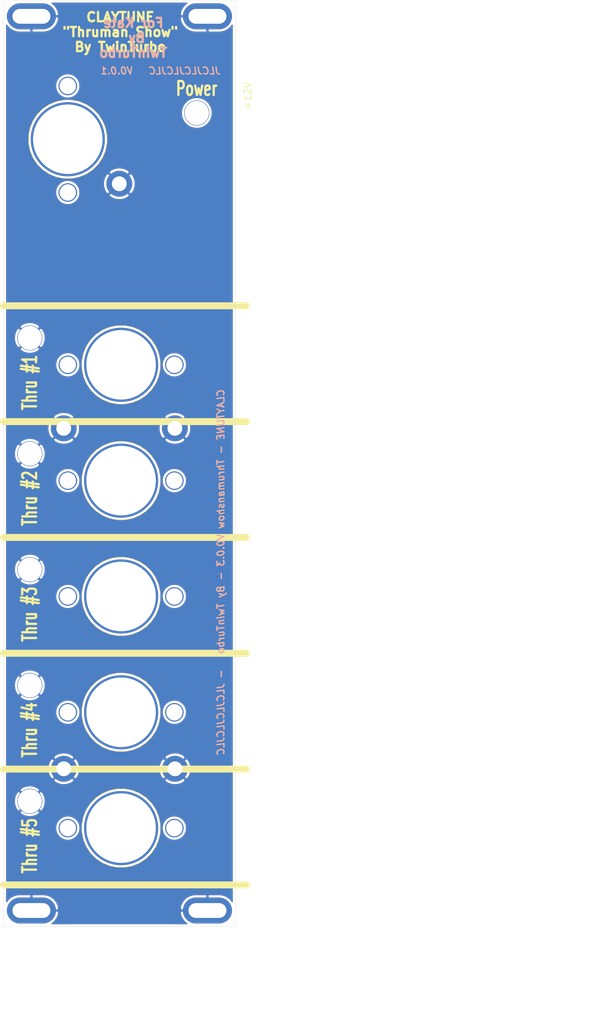
<source format=kicad_pcb>
(kicad_pcb (version 20171130) (host pcbnew "(5.1.7)-1")
  (layers (0 F.Cu signal hide) (31 B.Cu signal hide) (34 B.Paste user) (35 F.Paste user) (36 B.SilkS user) (37 F.SilkS user) (38 B.Mask user) (39 F.Mask user) (44 Edge.Cuts user))
  (net 0 "")
  (net 1 GND)
  (module MountingHole:MountingHole_3.2mm_M3_DIN965_Pad (layer B.Cu) (at 171.35 121.38 270)
    (fp_text reference H1 hide)
    (fp_text value MountingHole_Pad)
    (pad 1 thru_hole circle (at 0 0 270) (size 5.6 5.6) (drill 3.2) (layers *.Cu *.Mask) (net 1 GND))
  )
  (module MountingHole:MountingHole_3.2mm_M3_DIN965_Pad (layer B.Cu) (at 171.33 47.89 270)
    (fp_text reference H2 hide)
    (fp_text value MountingHole_Pad)
    (pad 1 thru_hole circle (at 0 0 270) (size 5.6 5.6) (drill 3.2) (layers *.Cu *.Mask) (net 1 GND))
  )
  (module AA-ROB-FULL:din_socket (layer F.Cu) (at 159.71 134.15)
    (fp_text reference REF**)
    (fp_text value din_socket)
    (fp_text user l (at 2.7 -2.3) (layer F.SilkS))
    (pad 3 thru_hole circle (at -11.49 0.03) (size 4 4) (drill 3.5) (layers *.Cu *.Mask))
    (pad 3 thru_hole circle (at 11.51 0.03) (size 4 4) (drill 3.5) (layers *.Cu *.Mask))
    (pad 1 thru_hole circle (at 0.01 0.03) (size 16 16) (drill 15) (layers *.Cu *.Mask))
  )
  (module AA-ROB-FULL:din_socket (layer F.Cu) (at 159.71 109.15)
    (fp_text reference REF**)
    (fp_text value din_socket)
    (fp_text user l (at 2.7 -2.3) (layer F.SilkS))
    (pad 1 thru_hole circle (at 0.01 0.03) (size 16 16) (drill 15) (layers *.Cu *.Mask))
    (pad 3 thru_hole circle (at 11.51 0.03) (size 4 4) (drill 3.5) (layers *.Cu *.Mask))
    (pad 3 thru_hole circle (at -11.49 0.03) (size 4 4) (drill 3.5) (layers *.Cu *.Mask))
  )
  (module AA-ROB-FULL:din_socket (layer F.Cu) (at 159.71 84.15)
    (fp_text reference REF**)
    (fp_text value din_socket)
    (fp_text user l (at 2.7 -2.3) (layer F.SilkS))
    (pad 1 thru_hole circle (at 0.01 0.03) (size 16 16) (drill 15) (layers *.Cu *.Mask))
    (pad 3 thru_hole circle (at 11.51 0.03) (size 4 4) (drill 3.5) (layers *.Cu *.Mask))
    (pad 3 thru_hole circle (at -11.49 0.03) (size 4 4) (drill 3.5) (layers *.Cu *.Mask))
  )
  (module AA-ROB-FULL:din_socket (layer F.Cu) (at 159.71 59.15)
    (fp_text reference REF**)
    (fp_text value din_socket)
    (fp_text user l (at 2.7 -2.3) (layer F.SilkS))
    (pad 3 thru_hole circle (at -11.49 0.03) (size 4 4) (drill 3.5) (layers *.Cu *.Mask))
    (pad 3 thru_hole circle (at 11.51 0.03) (size 4 4) (drill 3.5) (layers *.Cu *.Mask))
    (pad 1 thru_hole circle (at 0.01 0.03) (size 16 16) (drill 15) (layers *.Cu *.Mask))
  )
  (module AA-ROB-FULL:din_socket (layer F.Cu) (at 159.71 34.15)
    (fp_text reference REF**)
    (fp_text value din_socket)
    (fp_text user l (at 2.7 -2.3) (layer F.SilkS))
    (pad 1 thru_hole circle (at 0.01 0.03) (size 16 16) (drill 15) (layers *.Cu *.Mask))
    (pad 3 thru_hole circle (at 11.51 0.03) (size 4 4) (drill 3.5) (layers *.Cu *.Mask))
    (pad 3 thru_hole circle (at -11.49 0.03) (size 4 4) (drill 3.5) (layers *.Cu *.Mask))
  )
  (module AA-ROB-FULL:din_socket (layer F.Cu) (at 148.18 -14.5 90)
    (fp_text reference REF**)
    (fp_text value din_socket)
    (fp_text user l (at 2.7 -2.3 90) (layer F.SilkS))
    (pad 3 thru_hole circle (at -11.49 0.03 90) (size 4 4) (drill 3.5) (layers *.Cu *.Mask))
    (pad 3 thru_hole circle (at 11.51 0.03 90) (size 4 4) (drill 3.5) (layers *.Cu *.Mask))
    (pad 1 thru_hole circle (at 0.01 0.03 90) (size 16 16) (drill 15) (layers *.Cu *.Mask))
  )
  (module AA-ROB-FULL:FP-LED_D5.0mm (layer F.Cu) (at 141.28 78.38 180)
    (fp_text reference +12V (at 14.65 0.67 90) (layer F.SilkS) (effects (font (size 1.5 1.5) (thickness 0.2))))
    (fp_text value "LED +12")
    (pad 1 thru_hole circle (at 1.27 0 180) (size 5.4 5.4) (drill 5.2) (layers *.Cu *.Mask) (net 1 GND))
  )
  (module AA-ROB-FULL:FP-LED_D5.0mm (layer F.Cu) (at 141.28 128.38 180)
    (fp_text reference +12V (at 14.65 0.67 90) (layer F.SilkS) (effects (font (size 1.5 1.5) (thickness 0.2))))
    (fp_text value "LED +12")
    (pad 1 thru_hole circle (at 1.27 0 180) (size 5.4 5.4) (drill 5.2) (layers *.Cu *.Mask) (net 1 GND))
  )
  (module AA-ROB-FULL:FP-LED_D5.0mm (layer F.Cu) (at 141.28 103.38 180)
    (fp_text reference +12V (at 14.65 0.67 90) (layer F.SilkS) (effects (font (size 1.5 1.5) (thickness 0.2))))
    (fp_text value "LED +12")
    (pad 1 thru_hole circle (at 1.27 0 180) (size 5.4 5.4) (drill 5.2) (layers *.Cu *.Mask) (net 1 GND))
  )
  (module AA-ROB-FULL:FP-LED_D5.0mm (layer F.Cu) (at 141.28 53.38 180)
    (fp_text reference +12V (at 14.65 0.67 90) (layer F.SilkS) (effects (font (size 1.5 1.5) (thickness 0.2))))
    (fp_text value "LED +12")
    (pad 1 thru_hole circle (at 1.27 0 180) (size 5.4 5.4) (drill 5.2) (layers *.Cu *.Mask) (net 1 GND))
  )
  (module AA-ROB-FULL:FP-LED_D5.0mm (layer F.Cu) (at 141.28 28.38 180)
    (fp_text reference +12V (at 14.65 0.67 90) (layer F.SilkS) (effects (font (size 1.5 1.5) (thickness 0.2))))
    (fp_text value "LED +12")
    (pad 1 thru_hole circle (at 1.27 0 180) (size 5.4 5.4) (drill 5.2) (layers *.Cu *.Mask) (net 1 GND))
  )
  (module AA-ROB-FULL:FP-LED_D5.0mm (layer F.Cu) (at 174.79 -20.18)
    (fp_text reference +12V (at 12.26 -3.66 -270) (layer F.SilkS) (effects (font (size 1.5 1.5) (thickness 0.2))))
    (fp_text value "LED +12")
    (pad 1 thru_hole circle (at 1.27 0) (size 5.4 5.4) (drill 5.2) (layers *.Cu *.Mask))
  )
  (module MountingHole:MountingHole_3.2mm_M3_DIN965_Pad (layer B.Cu) (at 147.35 121.38 270)
    (fp_text reference H1 hide)
    (fp_text value MountingHole_Pad)
    (pad 1 thru_hole circle (at 0 0 270) (size 5.6 5.6) (drill 3.2) (layers *.Cu *.Mask) (net 1 GND))
  )
  (module MountingHole:MountingHole_3.2mm_M3_DIN965_Pad (layer B.Cu) (at 147.33 47.89 270)
    (fp_text reference H2 hide)
    (fp_text value MountingHole_Pad)
    (pad 1 thru_hole circle (at 0 0 270) (size 5.6 5.6) (drill 3.2) (layers *.Cu *.Mask) (net 1 GND))
  )
  (module MountingHole:MountingHole_3.2mm_M3_DIN965_Pad (layer B.Cu) (at 159.33 -4.9 270)
    (fp_text reference H2 hide)
    (fp_text value MountingHole_Pad)
    (pad 1 thru_hole circle (at 0 0 270) (size 5.6 5.6) (drill 3.2) (layers *.Cu *.Mask) (net 1 GND))
  )
  (module MountingHole:MountingHole_3.2mm_M3_DIN965_Pad (layer F.Cu) (at 140.362 151.962)
    (fp_text reference H1 hide)
    (fp_text value MountingHole_Pad)
    (pad 1 thru_hole oval (at 0 0) (size 10.6 5.6) (drill oval 8.2 3.2) (layers *.Cu *.Mask) (net 1 GND))
  )
  (module MountingHole:MountingHole_3.2mm_M3_DIN965_Pad (layer F.Cu) (at 178.362 151.962)
    (fp_text reference H1 hide)
    (fp_text value MountingHole_Pad)
    (pad 1 thru_hole oval (at 0 0) (size 10.6 5.6) (drill oval 8.2 3.2) (layers *.Cu *.Mask) (net 1 GND))
  )
  (module MountingHole:MountingHole_3.2mm_M3_DIN965_Pad (layer F.Cu) (at 178.362 -41.038)
    (fp_text reference H1 hide)
    (fp_text value MountingHole_Pad)
    (pad 1 thru_hole oval (at 0 0) (size 10.6 5.6) (drill oval 8.2 3.2) (layers *.Cu *.Mask) (net 1 GND))
  )
  (module MountingHole:MountingHole_3.2mm_M3_DIN965_Pad (layer F.Cu) (at 140.362 -41.038)
    (fp_text reference H1 hide)
    (fp_text value MountingHole_Pad)
    (pad 1 thru_hole oval (at 0 0) (size 10.6 5.6) (drill oval 8.2 3.2) (layers *.Cu *.Mask) (net 1 GND))
  )
  (module ROBSLIBRARY:shoebw-cu (layer F.Cu) (at 173.46 -15.32)
    (fp_text reference G*** hide)
    (fp_text value LOGO hide)
  )
  (module ROBSLIBRARY:GFX1FC (layer F.Cu) (at 170.27 5.25)
    (fp_text reference G*** hide)
    (fp_text value LOGO hide)
    (fp_poly (pts (xy 1.411526 -3.663938) (xy 1.446125 -3.60742) (xy 1.489177 -3.527163) (xy 1.5001 -3.505457) (xy 1.565995 -3.388445) (xy 1.657432 -3.247325) (xy 1.765098 -3.095015) (xy 1.879674 -2.944429) (xy 1.991847 -2.808484) (xy 2.047919 -2.745946) (xy 2.124257 -2.662446) (xy 2.202454 -2.574599) (xy 2.240437 -2.530798) (xy 2.322617 -2.441352) (xy 2.429521 -2.334476) (xy 2.54618 -2.224528) (xy 2.657629 -2.125866) (xy 2.695095 -2.094649) (xy 2.751527 -2.048089) (xy 2.78974 -2.015494) (xy 2.796796 -2.00896) (xy 2.83933 -1.971166) (xy 2.913167 -1.911633) (xy 3.008148 -1.838061) (xy 3.114111 -1.758147) (xy 3.220899 -1.679593) (xy 3.318349 -1.610096) (xy 3.368869 -1.57544) (xy 3.555944 -1.444727) (xy 3.700762 -1.330494) (xy 3.807182 -1.227803) (xy 3.879065 -1.131716) (xy 3.920273 -1.037295) (xy 3.934667 -0.939599) (xy 3.929772 -0.858013) (xy 3.909399 -0.77354) (xy 3.871748 -0.669736) (xy 3.824578 -0.564115) (xy 3.775645 -0.474195) (xy 3.736138 -0.42079) (xy 3.713857 -0.366651) (xy 3.721587 -0.295504) (xy 3.749441 -0.240044) (xy 3.77925 -0.175397) (xy 3.787579 -0.124711) (xy 3.810335 -0.046348) (xy 3.873661 0.004616) (xy 3.973496 0.02515) (xy 3.9887 0.025426) (xy 4.078548 0.035415) (xy 4.161838 0.060021) (xy 4.173954 0.065728) (xy 4.238353 0.090131) (xy 4.277185 0.08059) (xy 4.279478 0.07844) (xy 4.326165 0.054512) (xy 4.383558 0.050683) (xy 4.431369 0.065179) (xy 4.449449 0.093318) (xy 4.459634 0.138965) (xy 4.485972 0.209842) (xy 4.522139 0.292597) (xy 4.56181 0.373878) (xy 4.59866 0.440332) (xy 4.626365 0.478609) (xy 4.634077 0.483084) (xy 4.646709 0.461273) (xy 4.642425 0.405365) (xy 4.641439 0.400451) (xy 4.628201 0.326377) (xy 4.613682 0.230023) (xy 4.606772 0.177978) (xy 4.594573 0.097874) (xy 4.579563 0.056933) (xy 4.555291 0.043598) (xy 4.532082 0.044195) (xy 4.487453 0.032551) (xy 4.473059 -0.001002) (xy 4.497357 -0.036313) (xy 4.4981 -0.036778) (xy 4.522206 -0.066669) (xy 4.556786 -0.12604) (xy 4.574326 -0.160617) (xy 4.602629 -0.222335) (xy 4.614179 -0.268409) (xy 4.609299 -0.318193) (xy 4.58831 -0.391039) (xy 4.578661 -0.421087) (xy 4.549565 -0.515097) (xy 4.52513 -0.600567) (xy 4.513848 -0.645242) (xy 4.488813 -0.699361) (xy 4.437881 -0.773807) (xy 4.371562 -0.853403) (xy 4.364212 -0.861358) (xy 4.248108 -0.988545) (xy 4.166447 -1.084995) (xy 4.116318 -1.154471) (xy 4.094808 -1.200739) (xy 4.093493 -1.211371) (xy 4.109506 -1.237893) (xy 4.154466 -1.228563) (xy 4.223752 -1.185729) (xy 4.312745 -1.111737) (xy 4.340328 -1.085982) (xy 4.419006 -1.014601) (xy 4.495069 -0.951711) (xy 4.549887 -0.912366) (xy 4.610573 -0.857584) (xy 4.661104 -0.782897) (xy 4.667141 -0.769898) (xy 4.714637 -0.64057) (xy 4.750295 -0.50756) (xy 4.772573 -0.381678) (xy 4.77993 -0.273735) (xy 4.770825 -0.194541) (xy 4.75381 -0.161978) (xy 4.743151 -0.127704) (xy 4.762068 -0.070487) (xy 4.812862 0.015303) (xy 4.846162 0.063922) (xy 4.873665 0.110244) (xy 4.918856 0.194672) (xy 4.977803 0.309287) (xy 5.046573 0.446172) (xy 5.121232 0.597406) (xy 5.197847 0.755071) (xy 5.272485 0.911248) (xy 5.341212 1.05802) (xy 5.357458 1.093294) (xy 5.402307 1.190469) (xy 5.456599 1.307284) (xy 5.505144 1.411112) (xy 5.551721 1.51131) (xy 5.59502 1.606087) (xy 5.626007 1.675665) (xy 5.62705 1.678079) (xy 5.656956 1.7462) (xy 5.69906 1.840601) (xy 5.744447 1.9413) (xy 5.746146 1.945045) (xy 5.791573 2.045603) (xy 5.834195 2.140631) (xy 5.865046 2.210136) (xy 5.865869 2.212012) (xy 5.898852 2.286227) (xy 5.94147 2.380787) (xy 5.968796 2.440841) (xy 6.041927 2.60427) (xy 6.100007 2.742502) (xy 6.121561 2.796797) (xy 6.145193 2.853444) (xy 6.181579 2.936548) (xy 6.215946 3.012913) (xy 6.25535 3.100278) (xy 6.288366 3.175185) (xy 6.305752 3.216317) (xy 6.324793 3.264464) (xy 6.355957 3.343553) (xy 6.392783 3.437193) (xy 6.395908 3.445146) (xy 6.44081 3.556527) (xy 6.488734 3.670922) (xy 6.525508 3.755033) (xy 6.558432 3.83379) (xy 6.580106 3.897108) (xy 6.585185 3.922748) (xy 6.596798 3.972057) (xy 6.62754 4.050444) (xy 6.671266 4.142865) (xy 6.688522 4.175782) (xy 6.709291 4.239856) (xy 6.712312 4.269626) (xy 6.72391 4.318443) (xy 6.737737 4.335035) (xy 6.759403 4.371043) (xy 6.763163 4.398039) (xy 6.774252 4.451958) (xy 6.801372 4.521345) (xy 6.805603 4.530022) (xy 6.849412 4.618461) (xy 6.874849 4.673872) (xy 6.886814 4.70844) (xy 6.890207 4.734351) (xy 6.89029 4.740635) (xy 6.899854 4.78857) (xy 6.923164 4.855035) (xy 6.925984 4.86175) (xy 6.955681 4.940925) (xy 6.985499 5.034839) (xy 6.992446 5.05966) (xy 7.015417 5.140827) (xy 7.036439 5.208317) (xy 7.042267 5.224925) (xy 7.090495 5.363459) (xy 7.125086 5.483205) (xy 7.142923 5.572798) (xy 7.14467 5.59845) (xy 7.153112 5.654757) (xy 7.16997 5.682583) (xy 7.188266 5.716943) (xy 7.195395 5.773298) (xy 7.206893 5.819334) (xy 7.239854 5.905109) (xy 7.291974 6.025405) (xy 7.360954 6.175006) (xy 7.44449 6.348692) (xy 7.489147 6.439215) (xy 7.581869 6.625575) (xy 7.655304 6.772599) (xy 7.712716 6.886529) (xy 7.757371 6.973605) (xy 7.792532 7.040068) (xy 7.821464 7.092159) (xy 7.847432 7.13612) (xy 7.8737 7.17819) (xy 7.884637 7.195287) (xy 7.918277 7.250852) (xy 7.965275 7.332337) (xy 8.009585 7.411512) (xy 8.064982 7.511935) (xy 8.121586 7.614358) (xy 8.157094 7.678479) (xy 8.194852 7.746964) (xy 8.223205 7.800386) (xy 8.250145 7.854784) (xy 8.283664 7.926196) (xy 8.321809 8.009009) (xy 8.363332 8.105745) (xy 8.400154 8.202204) (xy 8.416122 8.250551) (xy 8.459595 8.379759) (xy 8.503406 8.466857) (xy 8.553365 8.520294) (xy 8.615282 8.548514) (xy 8.62228 8.550257) (xy 8.722872 8.59777) (xy 8.813923 8.684104) (xy 8.887389 8.797249) (xy 8.935231 8.925197) (xy 8.949749 9.039254) (xy 8.949749 9.127728) (xy 9.116478 9.127728) (xy 9.276849 9.145939) (xy 9.423563 9.203549) (xy 9.566612 9.305024) (xy 9.617603 9.351672) (xy 9.697197 9.437208) (xy 9.752689 9.522501) (xy 9.78803 9.619431) (xy 9.807172 9.739874) (xy 9.814066 9.895708) (xy 9.81434 9.943013) (xy 9.811049 10.105137) (xy 9.798839 10.235589) (xy 9.774435 10.353234) (xy 9.734569 10.476937) (xy 9.711013 10.538839) (xy 9.690639 10.592636) (xy 9.661851 10.670815) (xy 9.647469 10.710461) (xy 9.618615 10.779455) (xy 9.59271 10.823172) (xy 9.581931 10.831232) (xy 9.56407 10.852557) (xy 9.55996 10.882083) (xy 9.551007 10.923423) (xy 9.538615 10.932933) (xy 9.513593 10.953451) (xy 9.488331 10.996451) (xy 9.432325 11.084756) (xy 9.344546 11.18303) (xy 9.23486 11.283815) (xy 9.113132 11.379657) (xy 8.989227 11.463099) (xy 8.87301 11.526686) (xy 8.774347 11.562961) (xy 8.731347 11.568569) (xy 8.679929 11.577229) (xy 8.659323 11.590814) (xy 8.629392 11.604771) (xy 8.561915 11.622288) (xy 8.46975 11.64019) (xy 8.439113 11.645176) (xy 8.354602 11.656943) (xy 8.276496 11.663675) (xy 8.193907 11.665152) (xy 8.095949 11.66115) (xy 7.971737 11.651448) (xy 7.810383 11.635824) (xy 7.767931 11.631478) (xy 7.705563 11.621935) (xy 7.624392 11.603152) (xy 7.513658 11.572423) (xy 7.409706 11.541421) (xy 7.329271 11.521229) (xy 7.286251 11.523139) (xy 7.271894 11.547935) (xy 7.271671 11.553796) (xy 7.252281 11.624572) (xy 7.204429 11.696055) (xy 7.143595 11.748097) (xy 7.112762 11.760618) (xy 7.026572 11.770117) (xy 6.944008 11.755792) (xy 6.856276 11.713471) (xy 6.75458 11.638985) (xy 6.637979 11.535527) (xy 6.57727 11.48041) (xy 6.546159 11.458307) (xy 6.538245 11.466312) (xy 6.544518 11.493113) (xy 6.580719 11.694965) (xy 6.566542 11.893385) (xy 6.50242 12.086948) (xy 6.388786 12.27423) (xy 6.263524 12.417572) (xy 6.086945 12.570338) (xy 5.890423 12.699426) (xy 5.689449 12.795358) (xy 5.593593 12.827515) (xy 5.488425 12.858056) (xy 5.380387 12.890541) (xy 5.335927 12.904345) (xy 5.196199 12.932182) (xy 5.028697 12.940706) (xy 4.850465 12.931241) (xy 4.678546 12.905108) (xy 4.529984 12.86363) (xy 4.468863 12.837077) (xy 4.41837 12.817792) (xy 4.39759 12.814415) (xy 4.362228 12.799048) (xy 4.297909 12.757793) (xy 4.214233 12.697921) (xy 4.120796 12.626703) (xy 4.027196 12.551409) (xy 3.943029 12.47931) (xy 3.89009 12.429955) (xy 3.821131 12.359275) (xy 3.733628 12.265873) (xy 3.642261 12.165524) (xy 3.604172 12.12273) (xy 3.453457 11.97218) (xy 3.294804 11.850164) (xy 3.138736 11.764196) (xy 3.063763 11.736724) (xy 3.002208 11.7247) (xy 2.908039 11.713203) (xy 2.799466 11.704365) (xy 2.776277 11.703033) (xy 2.649391 11.700305) (xy 2.564992 11.709841) (xy 2.515619 11.734354) (xy 2.493812 11.77656) (xy 2.490883 11.806867) (xy 2.475005 11.870522) (xy 2.452745 11.910315) (xy 2.423102 11.966073) (xy 2.415415 12.00172) (xy 2.397724 12.049546) (xy 2.364564 12.08979) (xy 2.326463 12.134243) (xy 2.313713 12.16518) (xy 2.29456 12.20666) (xy 2.245886 12.263274) (xy 2.180869 12.322542) (xy 2.11269 12.371985) (xy 2.073398 12.392745) (xy 1.996416 12.412651) (xy 1.87874 12.427802) (xy 1.730304 12.438187) (xy 1.561043 12.443792) (xy 1.380892 12.444608) (xy 1.199784 12.440622) (xy 1.027656 12.431821) (xy 0.874441 12.418194) (xy 0.750074 12.39973) (xy 0.724624 12.39435) (xy 0.545643 12.328129) (xy 0.390689 12.21838) (xy 0.263733 12.068302) (xy 0.21391 11.982886) (xy 0.146019 11.874396) (xy 0.135534 11.861926) (xy 2.223257 11.861926) (xy 2.243584 11.873541) (xy 2.249255 11.873674) (xy 2.281303 11.852428) (xy 2.288288 11.822823) (xy 2.283317 11.781441) (xy 2.27647 11.771972) (xy 2.256772 11.791436) (xy 2.237437 11.822823) (xy 2.223257 11.861926) (xy 0.135534 11.861926) (xy 0.06241 11.774967) (xy -0.022722 11.700568) (xy -0.05415 11.681328) (xy -0.158188 11.633957) (xy -0.200301 11.61942) (xy 2.591089 11.61942) (xy 2.808482 11.61942) (xy 2.929713 11.622325) (xy 3.019246 11.633339) (xy 3.096021 11.655909) (xy 3.157636 11.682983) (xy 3.232611 11.717554) (xy 3.28903 11.740639) (xy 3.30987 11.746547) (xy 3.34549 11.761695) (xy 3.406026 11.808197) (xy 3.493157 11.887637) (xy 3.608564 12.0016) (xy 3.753924 12.151671) (xy 3.877377 12.282228) (xy 4.029225 12.432031) (xy 4.183088 12.561823) (xy 4.331943 12.666909) (xy 4.468765 12.742593) (xy 4.586532 12.784181) (xy 4.638093 12.790776) (xy 4.712513 12.799238) (xy 4.767267 12.814415) (xy 4.833396 12.828835) (xy 4.935722 12.834952) (xy 5.060308 12.832977) (xy 5.193219 12.823124) (xy 5.318185 12.806016) (xy 5.406723 12.788273) (xy 5.474633 12.770631) (xy 5.506757 12.757174) (xy 5.546706 12.740191) (xy 5.567575 12.738139) (xy 5.60891 12.727409) (xy 5.681674 12.698905) (xy 5.772099 12.658157) (xy 5.798523 12.645397) (xy 5.958098 12.550559) (xy 6.112873 12.428639) (xy 6.250363 12.291412) (xy 6.358081 12.150654) (xy 6.398299 12.079737) (xy 6.42949 12.01141) (xy 6.449634 11.95016) (xy 6.46104 11.881738) (xy 6.46602 11.791894) (xy 6.466883 11.666378) (xy 6.466853 11.656905) (xy 6.465381 11.529894) (xy 6.460452 11.440212) (xy 6.449706 11.374348) (xy 6.430781 11.318792) (xy 6.401316 11.260033) (xy 6.395737 11.249921) (xy 6.353788 11.175959) (xy 6.333493 11.141867) (xy 6.498573 11.141867) (xy 6.510206 11.176656) (xy 6.542334 11.230796) (xy 6.590501 11.298091) (xy 6.65025 11.372349) (xy 6.717123 11.447374) (xy 6.786664 11.516973) (xy 6.854416 11.574952) (xy 6.859481 11.578794) (xy 6.967506 11.645655) (xy 7.054338 11.667345) (xy 7.121789 11.644044) (xy 7.154333 11.607602) (xy 7.186634 11.539237) (xy 7.193362 11.480718) (xy 7.174302 11.445796) (xy 7.156912 11.441442) (xy 7.102038 11.429799) (xy 7.074279 11.417806) (xy 7.032633 11.396642) (xy 6.986322 11.373733) (xy 7.337844 11.373733) (xy 7.366506 11.42326) (xy 7.43341 11.441436) (xy 7.434965 11.441442) (xy 7.4905 11.451155) (xy 7.514484 11.464263) (xy 7.553626 11.481906) (xy 7.620715 11.497271) (xy 7.64034 11.500146) (xy 7.733838 11.515849) (xy 7.824507 11.536486) (xy 7.831031 11.538286) (xy 7.951762 11.558928) (xy 8.103177 11.565191) (xy 8.267351 11.557631) (xy 8.426358 11.536802) (xy 8.515904 11.517092) (xy 8.625278 11.484881) (xy 8.730741 11.44864) (xy 8.809575 11.416178) (xy 8.809967 11.415989) (xy 8.878419 11.385346) (xy 8.928807 11.367248) (xy 8.94027 11.365166) (xy 8.976241 11.349339) (xy 9.015528 11.318638) (xy 9.074182 11.270167) (xy 9.136278 11.225715) (xy 9.201729 11.168248) (xy 9.278613 11.07831) (xy 9.36031 10.966508) (xy 9.440204 10.843452) (xy 9.511677 10.71975) (xy 9.568112 10.606011) (xy 9.602892 10.512841) (xy 9.610811 10.464989) (xy 9.6221 10.411587) (xy 9.646183 10.353242) (xy 9.661461 10.297389) (xy 9.673414 10.203961) (xy 9.681722 10.08615) (xy 9.68606 9.957142) (xy 9.686107 9.830128) (xy 9.68154 9.718296) (xy 9.672037 9.634835) (xy 9.664465 9.605474) (xy 9.597219 9.492123) (xy 9.490458 9.387428) (xy 9.355516 9.299522) (xy 9.203725 9.236536) (xy 9.122192 9.216386) (xy 9.047317 9.212445) (xy 8.995371 9.23861) (xy 8.98898 9.244683) (xy 8.958797 9.280418) (xy 8.966837 9.304862) (xy 8.991424 9.324523) (xy 9.023774 9.353008) (xy 9.014713 9.372245) (xy 8.994244 9.384714) (xy 8.957733 9.428759) (xy 8.949749 9.46421) (xy 8.943023 9.517626) (xy 8.925639 9.599295) (xy 8.907976 9.667364) (xy 8.861304 9.789446) (xy 8.798817 9.867466) (xy 8.713834 9.907388) (xy 8.629387 9.915916) (xy 8.512617 9.89126) (xy 8.408124 9.817965) (xy 8.317191 9.697038) (xy 8.292474 9.651077) (xy 8.232531 9.558609) (xy 8.154561 9.497689) (xy 8.127881 9.484112) (xy 8.028297 9.424593) (xy 7.965661 9.351455) (xy 7.933203 9.252954) (xy 7.924178 9.130759) (xy 7.924842 9.108368) (xy 8.017678 9.108368) (xy 8.039344 9.223345) (xy 8.086809 9.307846) (xy 8.136587 9.365753) (xy 8.169376 9.379161) (xy 8.181818 9.348388) (xy 8.17635 9.29935) (xy 8.162935 9.227437) (xy 8.146032 9.131126) (xy 8.135066 9.066023) (xy 8.119963 8.98399) (xy 8.106089 8.924483) (xy 8.098071 8.90321) (xy 8.082025 8.916395) (xy 8.056107 8.96391) (xy 8.045221 8.988576) (xy 8.017678 9.108368) (xy 7.924842 9.108368) (xy 7.927223 9.028201) (xy 7.941906 8.953597) (xy 7.973973 8.884394) (xy 7.996218 8.848048) (xy 8.039614 8.771151) (xy 8.060344 8.701466) (xy 8.064743 8.613982) (xy 8.063845 8.581082) (xy 8.05698 8.483475) (xy 8.045261 8.39485) (xy 8.036016 8.352253) (xy 8.019424 8.289678) (xy 7.996689 8.196745) (xy 7.972529 8.092777) (xy 7.970839 8.085286) (xy 7.94289 7.970798) (xy 7.908059 7.84219) (xy 7.870195 7.71225) (xy 7.83315 7.593768) (xy 7.800777 7.499535) (xy 7.777608 7.443639) (xy 7.757899 7.386927) (xy 7.754754 7.361869) (xy 7.745103 7.315569) (xy 7.72112 7.247284) (xy 7.713092 7.22804) (xy 7.681316 7.153145) (xy 7.655743 7.090346) (xy 7.652121 7.080981) (xy 7.617884 7.000491) (xy 7.567718 6.894278) (xy 7.510497 6.781012) (xy 7.501111 6.763164) (xy 7.464703 6.691331) (xy 7.436431 6.630455) (xy 7.433459 6.623324) (xy 7.420294 6.603858) (xy 7.411174 6.626581) (xy 7.404491 6.692378) (xy 7.404925 6.775536) (xy 7.415893 6.844159) (xy 7.422866 6.862328) (xy 7.440188 6.919783) (xy 7.449259 6.99883) (xy 7.449649 7.017418) (xy 7.456437 7.098212) (xy 7.473226 7.165067) (xy 7.477905 7.175259) (xy 7.49411 7.224927) (xy 7.511579 7.308945) (xy 7.527045 7.411015) (xy 7.529845 7.434198) (xy 7.552227 7.628654) (xy 7.57001 7.782104) (xy 7.584334 7.904069) (xy 7.59634 8.004067) (xy 7.607168 8.091619) (xy 7.617958 8.176246) (xy 7.627633 8.250551) (xy 7.641296 8.386004) (xy 7.651508 8.551652) (xy 7.65838 8.739578) (xy 7.662019 8.941862) (xy 7.662535 9.150588) (xy 7.660036 9.357837) (xy 7.654631 9.555692) (xy 7.646429 9.736234) (xy 7.635538 9.891547) (xy 7.622067 10.013711) (xy 7.606125 10.09481) (xy 7.602137 10.106777) (xy 7.585055 10.177871) (xy 7.576893 10.263292) (xy 7.576776 10.273163) (xy 7.574775 10.330749) (xy 7.567409 10.393905) (xy 7.552638 10.47395) (xy 7.52842 10.582207) (xy 7.499067 10.704105) (xy 7.47576 10.802074) (xy 7.453293 10.900747) (xy 7.449027 10.920221) (xy 7.417792 11.061071) (xy 7.39322 11.162897) (xy 7.372467 11.236632) (xy 7.352688 11.293205) (xy 7.350654 11.298338) (xy 7.337844 11.373733) (xy 6.986322 11.373733) (xy 6.958068 11.359757) (xy 6.863474 11.313503) (xy 6.814014 11.289489) (xy 6.714338 11.24031) (xy 6.6286 11.196373) (xy 6.569679 11.164351) (xy 6.554623 11.155115) (xy 6.511893 11.132622) (xy 6.498573 11.141867) (xy 6.333493 11.141867) (xy 6.319963 11.119139) (xy 6.306213 11.098199) (xy 6.273134 11.046717) (xy 6.22375 10.959864) (xy 6.163548 10.848212) (xy 6.098016 10.722335) (xy 6.032643 10.592803) (xy 5.972916 10.470191) (xy 5.924323 10.365072) (xy 5.916889 10.348149) (xy 5.883151 10.270975) (xy 5.84157 10.176466) (xy 5.821936 10.132032) (xy 5.781696 10.039834) (xy 5.743591 9.950449) (xy 5.729243 9.915916) (xy 5.698367 9.844387) (xy 5.671126 9.787422) (xy 5.668638 9.782778) (xy 5.647553 9.718901) (xy 5.644444 9.688933) (xy 5.633783 9.640757) (xy 5.620975 9.624733) (xy 5.59927 9.591621) (xy 5.580768 9.534022) (xy 5.563117 9.479118) (xy 5.54589 9.473344) (xy 5.529932 9.514982) (xy 5.51609 9.602313) (xy 5.508822 9.680193) (xy 5.493676 9.849168) (xy 5.474399 10.019847) (xy 5.452425 10.182925) (xy 5.429188 10.329094) (xy 5.406123 10.449047) (xy 5.384664 10.533479) (xy 5.372603 10.564265) (xy 5.327526 10.659472) (xy 5.28637 10.764366) (xy 5.278879 10.786737) (xy 5.246503 10.824718) (xy 5.200547 10.82636) (xy 5.171356 10.801409) (xy 5.147724 10.749424) (xy 5.126924 10.672749) (xy 5.108741 10.568373) (xy 5.092961 10.433287) (xy 5.07937 10.264478) (xy 5.067753 10.058937) (xy 5.057897 9.813653) (xy 5.049586 9.525617) (xy 5.042606 9.191816) (xy 5.038474 8.934548) (xy 5.033397 8.619832) (xy 5.027968 8.354696) (xy 5.02214 8.13787) (xy 5.015863 7.968086) (xy 5.009091 7.844073) (xy 5.001776 7.764561) (xy 4.993869 7.728281) (xy 4.992934 7.726841) (xy 4.967616 7.676397) (xy 4.950532 7.614915) (xy 4.933058 7.535149) (xy 4.912325 7.457417) (xy 5.129841 7.457417) (xy 5.130201 7.598608) (xy 5.131729 7.713691) (xy 5.134484 7.8062) (xy 5.138521 7.879667) (xy 5.143897 7.937628) (xy 5.150669 7.983616) (xy 5.158894 8.021165) (xy 5.168628 8.053808) (xy 5.179927 8.08508) (xy 5.184899 8.097998) (xy 5.239667 8.247172) (xy 5.272878 8.357096) (xy 5.281614 8.397058) (xy 5.298292 8.453257) (xy 5.316845 8.481192) (xy 5.334442 8.514795) (xy 5.339339 8.555077) (xy 5.347193 8.626663) (xy 5.366794 8.678963) (xy 5.38819 8.695496) (xy 5.39294 8.671266) (xy 5.396408 8.603333) (xy 5.398488 8.49883) (xy 5.399076 8.364892) (xy 5.398063 8.208651) (xy 5.396806 8.117067) (xy 5.39301 7.942517) (xy 5.38763 7.777855) (xy 5.381111 7.632368) (xy 5.373895 7.515344) (xy 5.366425 7.43607) (xy 5.363388 7.416617) (xy 5.353766 7.341865) (xy 5.345949 7.231842) (xy 5.340809 7.102119) (xy 5.339192 6.984385) (xy 5.336852 6.845956) (xy 5.330626 6.709431) (xy 5.321511 6.592096) (xy 5.31246 6.521622) (xy 5.30299 6.44854) (xy 5.292366 6.335384) (xy 5.281406 6.192891) (xy 5.270931 6.031799) (xy 5.261761 5.862847) (xy 5.261038 5.847848) (xy 5.248359 5.583523) (xy 5.23766 5.365483) (xy 5.228636 5.189212) (xy 5.220981 5.050195) (xy 5.214392 4.943917) (xy 5.208562 4.865862) (xy 5.203186 4.811517) (xy 5.19796 4.776365) (xy 5.192579 4.755891) (xy 5.186737 4.745581) (xy 5.186552 4.745381) (xy 5.181938 4.76535) (xy 5.176946 4.831213) (xy 5.171742 4.938019) (xy 5.166493 5.080816) (xy 5.161363 5.25465) (xy 5.15652 5.45457) (xy 5.152129 5.675622) (xy 5.149057 5.8641) (xy 5.143593 6.236151) (xy 5.138958 6.560892) (xy 5.135209 6.841854) (xy 5.132402 7.082574) (xy 5.130593 7.286583) (xy 5.129841 7.457417) (xy 4.912325 7.457417) (xy 4.91036 7.45005) (xy 4.910241 7.44965) (xy 4.887406 7.373039) (xy 4.858341 7.275707) (xy 4.841931 7.220821) (xy 4.813788 7.120991) (xy 4.788671 7.022356) (xy 4.778944 6.97928) (xy 4.760102 6.896803) (xy 4.734212 6.793204) (xy 4.716128 6.725025) (xy 4.689543 6.626075) (xy 4.665099 6.532425) (xy 4.652796 6.483484) (xy 4.608715 6.301284) (xy 4.574591 6.156702) (xy 4.547926 6.038054) (xy 4.526223 5.933655) (xy 4.506985 5.831821) (xy 4.487715 5.720867) (xy 4.480234 5.676114) (xy 4.463471 5.596092) (xy 4.44431 5.53365) (xy 4.436501 5.517205) (xy 4.419635 5.471624) (xy 4.401839 5.395603) (xy 4.39214 5.33934) (xy 4.364632 5.158685) (xy 4.340871 5.015631) (xy 4.318555 4.89729) (xy 4.295378 4.790775) (xy 4.289844 4.767268) (xy 4.269381 4.691832) (xy 4.25292 4.659335) (xy 4.238996 4.671638) (xy 4.226141 4.730605) (xy 4.212889 4.838096) (xy 4.209721 4.868969) (xy 4.194681 5.000783) (xy 4.174273 5.154359) (xy 4.150518 5.316713) (xy 4.125443 5.474862) (xy 4.101068 5.615821) (xy 4.079419 5.726606) (xy 4.06914 5.771021) (xy 4.0514 5.846825) (xy 4.030258 5.946118) (xy 4.016935 6.013114) (xy 3.985086 6.17393) (xy 3.953042 6.326742) (xy 3.923398 6.459744) (xy 3.898746 6.561128) (xy 3.888084 6.599703) (xy 3.870775 6.680314) (xy 3.864664 6.747571) (xy 3.854619 6.820378) (xy 3.837439 6.868228) (xy 3.816993 6.92246) (xy 3.795379 7.003656) (xy 3.785483 7.05089) (xy 3.766545 7.151587) (xy 3.747697 7.251459) (xy 3.741286 7.285315) (xy 3.72441 7.358074) (xy 3.706715 7.411079) (xy 3.70271 7.418867) (xy 3.687383 7.460273) (xy 3.669042 7.532435) (xy 3.658613 7.583202) (xy 3.623873 7.759297) (xy 3.589257 7.912127) (xy 3.548595 8.068888) (xy 3.54759 8.072573) (xy 3.500574 8.248243) (xy 3.464579 8.391406) (xy 3.43665 8.513121) (xy 3.418639 8.583254) (xy 3.4011 8.632829) (xy 3.398061 8.638549) (xy 3.382787 8.678682) (xy 3.363719 8.748675) (xy 3.354462 8.789142) (xy 3.318676 8.946391) (xy 3.279382 9.095857) (xy 3.240391 9.22943) (xy 3.21209 9.329229) (xy 3.186842 9.427842) (xy 3.177058 9.470971) (xy 3.156814 9.555671) (xy 3.128833 9.65844) (xy 3.112813 9.712513) (xy 3.085913 9.810248) (xy 3.064738 9.905328) (xy 3.057741 9.947857) (xy 3.044379 10.013425) (xy 3.026706 10.05397) (xy 3.02294 10.057416) (xy 3.005701 10.090774) (xy 2.999299 10.139889) (xy 2.98552 10.215263) (xy 2.962062 10.271872) (xy 2.934999 10.345116) (xy 2.924825 10.416568) (xy 2.916946 10.477644) (xy 2.899163 10.512976) (xy 2.898498 10.513414) (xy 2.880505 10.547511) (xy 2.872204 10.608135) (xy 2.872172 10.61026) (xy 2.859678 10.690727) (xy 2.834935 10.754955) (xy 2.806739 10.828353) (xy 2.797697 10.886938) (xy 2.78848 10.943276) (xy 2.771371 10.971071) (xy 2.754054 11.004942) (xy 2.746016 11.06633) (xy 2.745946 11.072773) (xy 2.739896 11.134979) (xy 2.725155 11.171351) (xy 2.723403 11.172694) (xy 2.704482 11.204728) (xy 2.686242 11.266302) (xy 2.682989 11.282252) (xy 2.666383 11.351218) (xy 2.648368 11.398574) (xy 2.645284 11.403304) (xy 2.628006 11.443596) (xy 2.610926 11.510194) (xy 2.608269 11.524074) (xy 2.591089 11.61942) (xy -0.200301 11.61942) (xy -0.259316 11.599049) (xy -0.34981 11.577514) (xy -0.421947 11.570262) (xy -0.468004 11.578204) (xy -0.480258 11.602249) (xy -0.460798 11.633404) (xy -0.429329 11.677719) (xy -0.389478 11.746621) (xy -0.349801 11.823464) (xy -0.318855 11.891603) (xy -0.305195 11.934393) (xy -0.305105 11.936278) (xy -0.283963 11.968989) (xy -0.23278 12.006379) (xy -0.169919 12.037547) (xy -0.113744 12.051592) (xy -0.110755 12.051652) (xy -0.076016 12.065924) (xy -0.009714 12.104575) (xy 0.079118 12.161357) (xy 0.181449 12.230022) (xy 0.288246 12.304324) (xy 0.390479 12.378014) (xy 0.479115 12.444845) (xy 0.545123 12.498569) (xy 0.572072 12.523991) (xy 0.605321 12.552429) (xy 0.663381 12.596163) (xy 0.732978 12.645893) (xy 0.800838 12.69232) (xy 0.853688 12.726144) (xy 0.877741 12.738139) (xy 0.905197 12.750553) (xy 0.959767 12.782022) (xy 0.991591 12.801702) (xy 1.063396 12.840318) (xy 1.125901 12.86287) (xy 1.143639 12.865266) (xy 1.185228 12.875819) (xy 1.194995 12.890691) (xy 1.216661 12.910129) (xy 1.255652 12.916117) (xy 1.322355 12.927985) (xy 1.389135 12.954098) (xy 1.47033 12.982541) (xy 1.554806 12.991171) (xy 1.62279 12.979099) (xy 1.643897 12.965553) (xy 1.678831 12.955315) (xy 1.758502 12.945966) (xy 1.876799 12.937964) (xy 2.027608 12.931769) (xy 2.127987 12.929176) (xy 2.294758 12.925158) (xy 2.419021 12.920429) (xy 2.509116 12.914039) (xy 2.573386 12.905039) (xy 2.620171 12.892478) (xy 2.657815 12.875408) (xy 2.671948 12.867246) (xy 2.737819 12.828867) (xy 2.78986 12.800934) (xy 2.796796 12.797645) (xy 2.871431 12.742845) (xy 2.935209 12.660191) (xy 2.973654 12.570465) (xy 2.978729 12.536512) (xy 2.979129 12.418161) (xy 2.967095 12.340973) (xy 2.9413 12.296489) (xy 2.941048 12.296255) (xy 2.867484 12.243717) (xy 2.77909 12.201253) (xy 2.699415 12.179659) (xy 2.684815 12.178779) (xy 2.635874 12.170874) (xy 2.618819 12.154889) (xy 2.596425 12.137151) (xy 2.541332 12.124384) (xy 2.529298 12.123107) (xy 2.467545 12.109646) (xy 2.442512 12.08961) (xy 2.457322 12.072606) (xy 2.511396 12.068024) (xy 2.588367 12.077832) (xy 2.677324 12.097165) (xy 2.7603 12.121185) (xy 2.819331 12.145052) (xy 2.833663 12.154812) (xy 2.879351 12.177255) (xy 2.897227 12.179625) (xy 2.949309 12.197627) (xy 3.004472 12.238747) (xy 3.043449 12.286498) (xy 3.051051 12.311253) (xy 3.067735 12.360129) (xy 3.079384 12.37492) (xy 3.089732 12.414942) (xy 3.084538 12.484805) (xy 3.067533 12.567293) (xy 3.042452 12.645191) (xy 3.013024 12.701282) (xy 3.007136 12.708173) (xy 2.979436 12.746734) (xy 2.974774 12.762001) (xy 2.954897 12.78694) (xy 2.903964 12.828064) (xy 2.83503 12.876251) (xy 2.761147 12.92238) (xy 2.695367 12.957329) (xy 2.695095 12.957454) (xy 2.629984 12.986365) (xy 2.548629 13.021387) (xy 2.52983 13.029331) (xy 2.453068 13.062383) (xy 2.388447 13.091465) (xy 2.376393 13.097182) (xy 2.333008 13.105128) (xy 2.24934 13.109944) (xy 2.135849 13.111819) (xy 2.002993 13.110946) (xy 1.861233 13.107513) (xy 1.721027 13.101713) (xy 1.592836 13.093735) (xy 1.487117 13.083771) (xy 1.461962 13.080509) (xy 1.376849 13.063025) (xy 1.306394 13.039198) (xy 1.284683 13.027488) (xy 1.229935 12.999592) (xy 1.196851 12.992393) (xy 1.153067 12.982312) (xy 1.085346 12.956628) (xy 1.008162 12.922178) (xy 0.935988 12.885798) (xy 0.883297 12.854325) (xy 0.864464 12.835376) (xy 0.844655 12.815373) (xy 0.836234 12.814415) (xy 0.806761 12.800597) (xy 0.748226 12.764543) (xy 0.67238 12.71435) (xy 0.590973 12.658116) (xy 0.515757 12.603939) (xy 0.45848 12.559918) (xy 0.432232 12.53599) (xy 0.404903 12.512593) (xy 0.346014 12.46758) (xy 0.265789 12.408309) (xy 0.174455 12.342141) (xy 0.08224 12.276434) (xy -0.000632 12.218547) (xy -0.063934 12.175841) (xy -0.093674 12.157519) (xy -0.164918 12.133471) (xy -0.211515 12.127928) (xy -0.247492 12.132727) (xy -0.268989 12.155163) (xy -0.282722 12.207297) (xy -0.291851 12.272234) (xy -0.323333 12.414328) (xy -0.385803 12.572465) (xy -0.482562 12.754725) (xy -0.503145 12.789501) (xy -0.559102 12.883092) (xy -0.617387 12.981006) (xy -0.635636 13.011778) (xy -0.695311 13.090188) (xy -0.756583 13.121107) (xy -0.824249 13.104472) (xy -0.903102 13.040216) (xy -0.933104 13.007747) (xy -1.006323 12.902856) (xy -1.067171 12.775904) (xy -1.107247 12.647387) (xy -1.109581 12.628544) (xy -1.037991 12.628544) (xy -0.994 12.774993) (xy -0.978436 12.806713) (xy -0.928728 12.886172) (xy -0.869089 12.960024) (xy -0.810744 13.016163) (xy -0.764914 13.042481) (xy -0.759304 13.043117) (xy -0.738354 13.022876) (xy -0.707415 12.972802) (xy -0.701025 12.960611) (xy -0.65728 12.878528) (xy -0.613699 12.801702) (xy -0.576828 12.736134) (xy -0.529785 12.648099) (xy -0.497511 12.585586) (xy -0.455757 12.503367) (xy -0.420749 12.434526) (xy -0.403962 12.401597) (xy -0.391218 12.352051) (xy -0.38303 12.272923) (xy -0.381382 12.217262) (xy -0.381382 12.077078) (xy -0.507008 12.077078) (xy -0.582834 12.081827) (xy -0.63564 12.093923) (xy -0.648349 12.102503) (xy -0.684195 12.12383) (xy -0.713633 12.127928) (xy -0.772682 12.148232) (xy -0.845788 12.202438) (xy -0.921447 12.28049) (xy -0.982085 12.362608) (xy -1.034032 12.489538) (xy -1.037991 12.628544) (xy -1.109581 12.628544) (xy -1.118719 12.554802) (xy -1.10447 12.476101) (xy -1.06766 12.377276) (xy -1.017192 12.278147) (xy -0.961968 12.198538) (xy -0.955391 12.191179) (xy -0.874779 12.123395) (xy -0.772048 12.062763) (xy -0.666233 12.018755) (xy -0.57637 12.000842) (xy -0.572806 12.000801) (xy -0.501246 11.996365) (xy -0.447823 11.985671) (xy -0.447206 11.985438) (xy -0.42175 11.952757) (xy -0.426949 11.893209) (xy -0.456975 11.815354) (xy -0.506001 11.727749) (xy -0.568201 11.638954) (xy -0.637748 11.557526) (xy -0.708814 11.492025) (xy -0.775572 11.451008) (xy -0.817579 11.441442) (xy -0.850133 11.427558) (xy -0.913714 11.390311) (xy -0.998268 11.336307) (xy -1.093741 11.272156) (xy -1.190079 11.204462) (xy -1.277229 11.139835) (xy -1.281408 11.136615) (xy -1.384902 11.079342) (xy -1.490637 11.05913) (xy -1.587529 11.074763) (xy -1.664491 11.125024) (xy -1.701661 11.182739) (xy -1.716145 11.230168) (xy -1.717191 11.28224) (xy -1.703451 11.353927) (xy -1.677946 11.445489) (xy -1.647694 11.550202) (xy -1.620623 11.648224) (xy -1.602403 11.719011) (xy -1.601906 11.721122) (xy -1.578595 11.811622) (xy -1.553169 11.8991) (xy -1.540766 11.997536) (xy -1.550876 12.122289) (xy -1.579531 12.256267) (xy -1.622762 12.382373) (xy -1.676602 12.483516) (xy -1.694124 12.506312) (xy -1.77059 12.574665) (xy -1.881323 12.647586) (xy -2.011275 12.717238) (xy -2.145397 12.775784) (xy -2.268642 12.815388) (xy -2.301001 12.822359) (xy -2.477855 12.843316) (xy -2.65778 12.844123) (xy -2.829794 12.826394) (xy -2.982919 12.791746) (xy -3.106172 12.741794) (xy -3.173805 12.693928) (xy -3.22532 12.65417) (xy -3.255478 12.635889) (xy -3.318584 12.581063) (xy -3.383737 12.489825) (xy -3.444366 12.375881) (xy -3.4939 12.252936) (xy -3.525768 12.134693) (xy -3.534134 12.054732) (xy -3.541816 11.995427) (xy -3.55956 11.962663) (xy -3.578052 11.928205) (xy -3.584985 11.873947) (xy -3.5984 11.80084) (xy -3.633894 11.701336) (xy -3.684341 11.590667) (xy -3.742615 11.484063) (xy -3.801588 11.396757) (xy -3.816923 11.378222) (xy -3.92944 11.271543) (xy -4.045375 11.208972) (xy -4.176673 11.184487) (xy -4.202898 11.183659) (xy -4.290866 11.187551) (xy -4.364131 11.199319) (xy -4.391748 11.208947) (xy -4.426137 11.23949) (xy -4.46809 11.300579) (xy -4.52026 11.396958) (xy -4.585296 11.53337) (xy -4.635387 11.644985) (xy -4.707571 11.773625) (xy -4.798126 11.882897) (xy -4.895002 11.958816) (xy -4.914419 11.968929) (xy -5.033665 12.009639) (xy -5.17865 12.036566) (xy -5.325302 12.046157) (xy -5.407658 12.041705) (xy -5.598183 12.018182) (xy -5.746306 11.996672) (xy -5.860335 11.975443) (xy -5.94858 11.952762) (xy -6.01935 11.926896) (xy -6.065703 11.904501) (xy -6.124678 11.875135) (xy -6.191567 11.844195) (xy -6.332728 11.764475) (xy -6.476985 11.653951) (xy -6.605767 11.527819) (xy -6.661622 11.459533) (xy -6.718435 11.382417) (xy -6.796131 11.2763) (xy -6.885798 11.153387) (xy -6.978522 11.025883) (xy -7.009497 10.983191) (xy -7.243117 10.660979) (xy -7.486243 10.643889) (xy -7.658126 10.623699) (xy -7.796535 10.585396) (xy -7.917269 10.521495) (xy -8.036125 10.424512) (xy -8.113874 10.346521) (xy -8.202161 10.26011) (xy -8.268925 10.211383) (xy -8.320696 10.19561) (xy -8.322134 10.195596) (xy -8.377045 10.204281) (xy -8.402683 10.220341) (xy -8.434125 10.246679) (xy -8.492214 10.280107) (xy -8.505885 10.286802) (xy -8.562668 10.321564) (xy -8.59248 10.355065) (xy -8.593794 10.361342) (xy -8.573501 10.392) (xy -8.521639 10.434274) (xy -8.48151 10.45997) (xy -8.396356 10.518399) (xy -8.305946 10.593068) (xy -8.265394 10.631698) (xy -8.210184 10.690706) (xy -8.179113 10.738161) (xy -8.16525 10.792677) (xy -8.161669 10.87287) (xy -8.161562 10.910669) (xy -8.163845 11.007205) (xy -8.174364 11.071294) (xy -8.198618 11.121267) (xy -8.240472 11.17359) (xy -8.290587 11.225526) (xy -8.336345 11.252208) (xy -8.398065 11.261768) (xy -8.462944 11.262618) (xy -8.573895 11.252988) (xy -8.653896 11.219223) (xy -8.720743 11.151671) (xy -8.752713 11.10545) (xy -8.784514 11.040906) (xy -8.797198 10.986179) (xy -8.808674 10.937134) (xy -8.822623 10.920221) (xy -8.837358 10.887646) (xy -8.846535 10.822187) (xy -8.847296 10.800225) (xy -8.758022 10.800225) (xy -8.731612 10.952687) (xy -8.666471 11.087731) (xy -8.654656 11.104001) (xy -8.605028 11.158461) (xy -8.552186 11.182274) (xy -8.480346 11.187188) (xy -8.400545 11.18025) (xy -8.345204 11.151947) (xy -8.303662 11.108961) (xy -8.245653 11.006912) (xy -8.237008 10.899725) (xy -8.276825 10.789951) (xy -8.3642 10.680138) (xy -8.49191 10.577102) (xy -8.584082 10.518769) (xy -8.646238 10.495294) (xy -8.687679 10.509292) (xy -8.717708 10.563375) (xy -8.742408 10.647474) (xy -8.758022 10.800225) (xy -8.847296 10.800225) (xy -8.848048 10.778535) (xy -8.843012 10.693496) (xy -8.830266 10.623091) (xy -8.822623 10.602058) (xy -8.788725 10.534721) (xy -8.771772 10.501046) (xy -8.75094 10.450004) (xy -8.757985 10.41566) (xy -8.800188 10.383436) (xy -8.841692 10.360984) (xy -8.909772 10.322292) (xy -8.991234 10.271287) (xy -9.074991 10.215574) (xy -9.132255 10.175231) (xy -8.110711 10.175231) (xy -8.092348 10.209532) (xy -8.044793 10.264018) (xy -7.979348 10.328117) (xy -7.907315 10.391258) (xy -7.839996 10.442867) (xy -7.796764 10.468919) (xy -7.70039 10.51263) (xy -7.630881 10.538338) (xy -7.570095 10.551709) (xy -7.513214 10.557503) (xy -7.413451 10.559204) (xy -7.359719 10.546152) (xy -7.347948 10.526365) (xy -7.368009 10.491478) (xy -7.420841 10.438902) (xy -7.495417 10.376787) (xy -7.580711 10.313282) (xy -7.665696 10.256536) (xy -7.739347 10.2147) (xy -7.790636 10.195921) (xy -7.795487 10.195596) (xy -7.84769 10.185587) (xy -7.869169 10.170171) (xy -7.902008 10.153147) (xy -7.961211 10.145299) (xy -8.02812 10.146236) (xy -8.084077 10.155566) (xy -8.110422 10.172898) (xy -8.110711 10.175231) (xy -9.132255 10.175231) (xy -9.149954 10.162762) (xy -9.205035 10.120457) (xy -9.229144 10.096266) (xy -9.22943 10.094986) (xy -9.244792 10.068245) (xy -9.282219 10.02229) (xy -9.286637 10.017358) (xy -9.37784 9.884772) (xy -9.444587 9.723453) (xy -9.456078 9.6678) (xy -8.288689 9.6678) (xy -8.285458 9.762549) (xy -8.277014 9.841209) (xy -8.265999 9.88448) (xy -8.239581 9.941393) (xy -8.215694 9.998549) (xy -8.198237 10.035126) (xy -8.173509 10.056048) (xy -8.12864 10.065674) (xy -8.050759 10.06836) (xy -8.009209 10.068469) (xy -7.912966 10.071791) (xy -7.832801 10.080499) (xy -7.786192 10.092663) (xy -7.734161 10.118746) (xy -7.662744 10.151899) (xy -7.649076 10.157994) (xy -7.584767 10.195018) (xy -7.505921 10.252523) (xy -7.422796 10.321344) (xy -7.345653 10.392314) (xy -7.284751 10.456267) (xy -7.250349 10.504037) (xy -7.246247 10.5179) (xy -7.23662 10.539895) (xy -7.200444 10.54807) (xy -7.126775 10.544497) (xy -7.112763 10.543169) (xy -7.015404 10.531678) (xy -6.923066 10.517705) (xy -6.890755 10.51164) (xy -6.835984 10.493643) (xy -6.754114 10.459014) (xy -6.656156 10.413327) (xy -6.553121 10.362157) (xy -6.456021 10.311078) (xy -6.375866 10.265664) (xy -6.323666 10.231492) (xy -6.309743 10.217484) (xy -6.280478 10.196033) (xy -6.271605 10.194912) (xy -6.235192 10.179339) (xy -6.178757 10.140996) (xy -6.154968 10.122104) (xy -6.067994 10.04998) (xy -6.134199 10.01473) (xy -6.179296 9.988463) (xy -6.257283 9.940751) (xy -6.35831 9.877705) (xy -6.472529 9.805437) (xy -6.50858 9.782433) (xy -6.619969 9.712139) (xy -6.716575 9.652919) (xy -6.790163 9.609688) (xy -6.832496 9.587364) (xy -6.838692 9.585386) (xy -6.868478 9.567609) (xy -6.869103 9.566317) (xy -6.897616 9.538912) (xy -6.96038 9.495717) (xy -7.046157 9.443672) (xy -7.143712 9.389718) (xy -7.208108 9.356915) (xy -7.389848 9.277027) (xy -7.549648 9.228322) (xy -7.702241 9.206758) (xy -7.762124 9.204834) (xy -7.924731 9.219146) (xy -8.056419 9.267022) (xy -8.168195 9.353254) (xy -8.209953 9.39975) (xy -8.252979 9.457368) (xy -8.276718 9.510584) (xy -8.286755 9.578412) (xy -8.288689 9.6678) (xy -9.456078 9.6678) (xy -9.479901 9.552422) (xy -9.483684 9.480195) (xy -9.474037 9.351217) (xy -9.448338 9.200277) (xy -9.411451 9.051762) (xy -9.37916 8.956107) (xy -9.350257 8.883189) (xy -9.333746 8.841692) (xy -9.313917 8.79634) (xy -9.277507 8.716896) (xy -9.22995 8.615107) (xy -9.18374 8.517518) (xy -9.129296 8.401669) (xy -9.079918 8.293761) (xy -9.041672 8.207213) (xy -9.022886 8.161636) (xy -8.997779 8.051194) (xy -9.007051 7.955004) (xy -9.047882 7.883107) (xy -9.111307 7.846947) (xy -9.156289 7.8187) (xy -8.656965 7.8187) (xy -8.628813 7.863355) (xy -8.616637 7.879937) (xy -8.557616 7.935978) (xy -8.483435 7.957568) (xy -8.385204 7.945658) (xy -8.289539 7.914992) (xy -8.192825 7.874429) (xy -8.089925 7.825025) (xy -8.05986 7.809105) (xy -7.971203 7.760457) (xy -7.883739 7.712394) (xy -7.856457 7.69738) (xy -7.800917 7.664308) (xy -7.716558 7.611174) (xy -7.614257 7.545147) (xy -7.504889 7.473395) (xy -7.399333 7.403085) (xy -7.308466 7.341386) (xy -7.243164 7.295464) (xy -7.220833 7.278511) (xy -7.169257 7.237798) (xy -7.131832 7.2094) (xy -7.098536 7.181532) (xy -7.106014 7.171896) (xy -7.125821 7.170779) (xy -7.186897 7.18204) (xy -7.21481 7.193751) (xy -7.258795 7.212465) (xy -7.336583 7.241136) (xy -7.433484 7.274412) (xy -7.462363 7.283932) (xy -7.562013 7.317595) (xy -7.646708 7.348253) (xy -7.701752 7.370528) (xy -7.709916 7.374565) (xy -7.76064 7.395101) (xy -7.782349 7.398799) (xy -7.82288 7.408416) (xy -7.885792 7.432049) (xy -7.897109 7.436937) (xy -7.981574 7.473986) (xy -8.071391 7.513105) (xy -8.078929 7.516372) (xy -8.149818 7.548074) (xy -8.246407 7.592535) (xy -8.348568 7.640483) (xy -8.35492 7.643499) (xy -8.443073 7.684186) (xy -8.513914 7.714673) (xy -8.55466 7.729514) (xy -8.558324 7.730138) (xy -8.594873 7.744767) (xy -8.627775 7.766331) (xy -8.656048 7.792188) (xy -8.656965 7.8187) (xy -9.156289 7.8187) (xy -9.165607 7.812849) (xy -9.187427 7.774517) (xy -9.194299 7.707663) (xy -9.192537 7.606693) (xy -9.192353 7.604245) (xy -8.987191 7.604245) (xy -8.980755 7.638974) (xy -8.980415 7.639339) (xy -8.951623 7.652961) (xy -8.933569 7.623011) (xy -8.925206 7.546798) (xy -8.924325 7.495416) (xy -8.927477 7.413988) (xy -8.935987 7.367436) (xy -8.946652 7.361932) (xy -8.962024 7.399358) (xy -8.975473 7.465106) (xy -8.984646 7.539846) (xy -8.987191 7.604245) (xy -9.192353 7.604245) (xy -9.183526 7.487346) (xy -9.168647 7.365361) (xy -9.149286 7.256475) (xy -9.13779 7.20985) (xy -9.104694 7.054728) (xy -9.104357 6.928002) (xy -9.138155 6.818057) (xy -9.16882 6.769861) (xy -6.355113 6.769861) (xy -6.339216 6.788611) (xy -6.28447 6.778983) (xy -6.219967 6.750294) (xy -6.148866 6.722818) (xy -6.087984 6.712313) (xy -6.036097 6.703627) (xy -6.01485 6.689697) (xy -5.982212 6.670676) (xy -5.922124 6.655385) (xy -5.918004 6.654747) (xy -5.834088 6.636709) (xy -5.747331 6.610427) (xy -5.746146 6.609997) (xy -5.671857 6.583125) (xy -5.610363 6.561185) (xy -5.606307 6.55976) (xy -5.547568 6.539115) (xy -5.472975 6.512827) (xy -5.466467 6.51053) (xy -5.392199 6.485742) (xy -5.330709 6.46751) (xy -5.326627 6.466468) (xy -5.258559 6.445368) (xy -5.224925 6.43255) (xy -5.17716 6.414062) (xy -5.097226 6.384566) (xy -5.000941 6.349885) (xy -4.983384 6.343644) (xy -4.885845 6.3086) (xy -4.801859 6.27763) (xy -4.747248 6.256583) (xy -4.741842 6.254336) (xy -4.652342 6.216572) (xy -4.550565 6.174156) (xy -4.459831 6.136779) (xy -4.424024 6.122259) (xy -4.377935 6.103491) (xy -4.321909 6.080019) (xy -4.244506 6.04699) (xy -4.134285 5.99955) (xy -4.106207 5.987435) (xy -4.013011 5.945964) (xy -3.891163 5.890005) (xy -3.754596 5.826142) (xy -3.617243 5.760957) (xy -3.493037 5.701032) (xy -3.395912 5.652951) (xy -3.368869 5.639085) (xy -3.30834 5.608106) (xy -3.22035 5.563743) (xy -3.12303 5.515133) (xy -3.114615 5.510953) (xy -2.916121 5.410912) (xy -2.728186 5.313398) (xy -2.559522 5.22308) (xy -2.418839 5.144629) (xy -2.314848 5.082715) (xy -2.308782 5.078876) (xy -2.231356 5.030476) (xy -2.167251 4.991964) (xy -2.135736 4.974484) (xy -2.060347 4.933624) (xy -1.95181 4.869099) (xy -1.818619 4.786435) (xy -1.669264 4.691156) (xy -1.512239 4.588785) (xy -1.356035 4.484848) (xy -1.209144 4.384869) (xy -1.080059 4.294372) (xy -0.996341 4.23328) (xy -0.813316 4.094424) (xy -0.631419 3.953092) (xy -0.458493 3.815606) (xy -0.302382 3.688287) (xy -0.170929 3.577456) (xy -0.071979 3.489434) (xy -0.063564 3.481555) (xy 0.01788 3.406632) (xy 0.099681 3.3343) (xy 0.152552 3.289747) (xy 0.213118 3.238108) (xy 0.295091 3.164779) (xy 0.383299 3.083393) (xy 0.406806 3.061248) (xy 0.506591 2.967499) (xy 0.616077 2.865783) (xy 0.71328 2.776512) (xy 0.722488 2.768138) (xy 0.956105 2.550923) (xy 1.213207 2.302964) (xy 1.485264 2.03303) (xy 1.76375 1.749885) (xy 2.040135 1.462297) (xy 2.305891 1.179032) (xy 2.55249 0.908856) (xy 2.759969 0.673774) (xy 2.86612 0.55122) (xy 2.94419 0.46194) (xy 2.999274 0.400675) (xy 3.036469 0.362162) (xy 3.060871 0.341141) (xy 3.077578 0.332352) (xy 3.091685 0.330533) (xy 3.092497 0.330531) (xy 3.129684 0.350588) (xy 3.152199 0.380348) (xy 3.160525 0.435114) (xy 3.152043 0.529722) (xy 3.128495 0.656663) (xy 3.091624 0.808433) (xy 3.04317 0.977523) (xy 2.984876 1.156429) (xy 2.948415 1.258559) (xy 2.926138 1.317953) (xy 2.891598 1.40888) (xy 2.848817 1.520876) (xy 2.801815 1.643475) (xy 2.754615 1.766212) (xy 2.711239 1.878623) (xy 2.675707 1.970242) (xy 2.652042 2.030604) (xy 2.645517 2.046747) (xy 2.624364 2.097938) (xy 2.59247 2.176243) (xy 2.567735 2.237438) (xy 2.52654 2.337417) (xy 2.483733 2.437847) (xy 2.46341 2.483941) (xy 2.434754 2.550308) (xy 2.417592 2.595233) (xy 2.415415 2.604075) (xy 2.405568 2.632174) (xy 2.379629 2.693612) (xy 2.342996 2.775645) (xy 2.339139 2.784085) (xy 2.301748 2.867608) (xy 2.27455 2.931958) (xy 2.262956 2.964286) (xy 2.262863 2.965213) (xy 2.253344 2.996086) (xy 2.230081 3.052207) (xy 2.226622 3.059922) (xy 2.159602 3.209126) (xy 2.111776 3.318312) (xy 2.080663 3.39346) (xy 2.063783 3.440553) (xy 2.058664 3.464968) (xy 2.047618 3.503759) (xy 2.020056 3.570469) (xy 1.995333 3.623124) (xy 1.960791 3.696714) (xy 1.937978 3.75177) (xy 1.932564 3.770894) (xy 1.922629 3.80335) (xy 1.897011 3.867105) (xy 1.866717 3.936159) (xy 1.826843 4.02472) (xy 1.791832 4.103625) (xy 1.774164 4.144345) (xy 1.716167 4.282287) (xy 1.674783 4.383385) (xy 1.658731 4.424024) (xy 1.628477 4.500395) (xy 1.607893 4.551152) (xy 1.584274 4.612806) (xy 1.553837 4.697531) (xy 1.538529 4.741842) (xy 1.488546 4.880617) (xy 1.439723 5.001469) (xy 1.398248 5.089112) (xy 1.397166 5.091097) (xy 1.376377 5.148062) (xy 1.372973 5.174074) (xy 1.362035 5.230033) (xy 1.351288 5.257052) (xy 1.327546 5.307801) (xy 1.294924 5.380227) (xy 1.284906 5.402903) (xy 1.251617 5.477003) (xy 1.223426 5.53705) (xy 1.217601 5.548755) (xy 1.198055 5.606309) (xy 1.194995 5.631732) (xy 1.183138 5.686732) (xy 1.170801 5.71471) (xy 1.120689 5.822744) (xy 1.067149 5.967458) (xy 1.028579 6.08939) (xy 1.00165 6.176387) (xy 0.977724 6.246969) (xy 0.964548 6.280081) (xy 0.946511 6.326979) (xy 0.923259 6.400229) (xy 0.913962 6.432633) (xy 0.889449 6.51742) (xy 0.85677 6.625874) (xy 0.825974 6.725025) (xy 0.789339 6.842533) (xy 0.751141 6.967536) (xy 0.724813 7.055556) (xy 0.697093 7.147055) (xy 0.671693 7.226438) (xy 0.65777 7.266512) (xy 0.640555 7.33837) (xy 0.635635 7.395758) (xy 0.629377 7.454395) (xy 0.616583 7.485652) (xy 0.598875 7.522723) (xy 0.574306 7.600967) (xy 0.545113 7.711528) (xy 0.513534 7.845549) (xy 0.481805 7.994173) (xy 0.460306 8.104286) (xy 0.442581 8.185869) (xy 0.424556 8.248715) (xy 0.415703 8.269438) (xy 0.399748 8.312746) (xy 0.382774 8.384213) (xy 0.377016 8.415703) (xy 0.361364 8.509781) (xy 0.342952 8.620562) (xy 0.333913 8.674991) (xy 0.317747 8.75918) (xy 0.301298 8.824252) (xy 0.291709 8.849154) (xy 0.278501 8.888637) (xy 0.262614 8.96138) (xy 0.250116 9.034924) (xy 0.232722 9.14957) (xy 0.214007 9.270741) (xy 0.204523 9.331132) (xy 0.176377 9.512449) (xy 0.155975 9.655034) (xy 0.142123 9.770212) (xy 0.133628 9.86931) (xy 0.129298 9.963653) (xy 0.127959 10.057875) (xy 0.129346 10.161666) (xy 0.133761 10.245342) (xy 0.140394 10.296482) (xy 0.144077 10.305773) (xy 0.190345 10.321672) (xy 0.261865 10.316876) (xy 0.338317 10.293241) (xy 0.35166 10.286806) (xy 0.394451 10.256077) (xy 0.4577 10.200601) (xy 0.532256 10.129659) (xy 0.608969 10.052536) (xy 0.678687 9.978514) (xy 0.73226 9.916877) (xy 0.760536 9.876908) (xy 0.762762 9.869772) (xy 0.77822 9.837297) (xy 0.807609 9.79994) (xy 0.841782 9.755337) (xy 0.895731 9.676875) (xy 0.963204 9.57438) (xy 1.037949 9.457677) (xy 1.113713 9.336591) (xy 1.184244 9.220947) (xy 1.243289 9.12057) (xy 1.268209 9.076149) (xy 1.339584 8.943614) (xy 1.42168 8.787882) (xy 1.51026 8.617318) (xy 1.601085 8.440286) (xy 1.689916 8.26515) (xy 1.772514 8.100272) (xy 1.844642 7.954018) (xy 1.90206 7.83475) (xy 1.94053 7.750832) (xy 1.944306 7.742042) (xy 1.976495 7.669509) (xy 2.004101 7.61288) (xy 2.010021 7.602203) (xy 2.04325 7.539203) (xy 2.090311 7.44088) (xy 2.145903 7.319025) (xy 2.204727 7.18543) (xy 2.261481 7.051885) (xy 2.301494 6.953854) (xy 2.356056 6.81963) (xy 2.410993 6.689043) (xy 2.461087 6.574155) (xy 2.501117 6.487025) (xy 2.518693 6.452047) (xy 2.539214 6.394954) (xy 2.542542 6.369069) (xy 2.554399 6.31407) (xy 2.566736 6.286092) (xy 2.591637 6.234923) (xy 2.623803 6.161962) (xy 2.632892 6.140241) (xy 2.656789 6.082109) (xy 2.676952 6.032185) (xy 2.699366 5.975349) (xy 2.730013 5.896481) (xy 2.758658 5.822423) (xy 2.789628 5.742701) (xy 2.815915 5.675701) (xy 2.823291 5.657158) (xy 2.843156 5.603826) (xy 2.87092 5.524885) (xy 2.8865 5.47918) (xy 2.912432 5.402865) (xy 2.934279 5.341331) (xy 2.958879 5.276109) (xy 2.993072 5.18873) (xy 3.008906 5.148649) (xy 3.032789 5.083419) (xy 3.066964 4.983876) (xy 3.106622 4.864262) (xy 3.141969 4.754555) (xy 3.186055 4.616159) (xy 3.218749 4.515318) (xy 3.243906 4.441076) (xy 3.265381 4.382477) (xy 3.287029 4.328565) (xy 3.312705 4.268385) (xy 3.314494 4.264253) (xy 3.341331 4.190806) (xy 3.355498 4.129658) (xy 3.356156 4.119557) (xy 3.368029 4.071244) (xy 3.381581 4.055356) (xy 3.400857 4.020634) (xy 3.407908 3.971223) (xy 3.421686 3.895849) (xy 3.445145 3.83924) (xy 3.473012 3.770909) (xy 3.482382 3.718124) (xy 3.492916 3.650714) (xy 3.5053 3.616422) (xy 3.546324 3.518553) (xy 3.582299 3.406701) (xy 3.602337 3.318018) (xy 3.617767 3.24415) (xy 3.634276 3.190891) (xy 3.655263 3.127082) (xy 3.683937 3.023813) (xy 3.717766 2.891438) (xy 3.754218 2.74031) (xy 3.790759 2.580783) (xy 3.824858 2.42321) (xy 3.839505 2.351852) (xy 3.858533 2.257961) (xy 3.882243 2.141973) (xy 3.901841 2.046747) (xy 3.916712 1.927741) (xy 3.922353 1.7625) (xy 3.918973 1.554759) (xy 3.906784 1.308251) (xy 3.886933 1.039422) (xy 4.296897 1.039422) (xy 4.297389 1.167334) (xy 4.300581 1.257288) (xy 4.309045 1.322178) (xy 4.32535 1.374895) (xy 4.35207 1.428334) (xy 4.385886 1.485608) (xy 4.430767 1.562669) (xy 4.462747 1.622406) (xy 4.474875 1.651793) (xy 4.491858 1.680452) (xy 4.528726 1.718632) (xy 4.574799 1.767973) (xy 4.599201 1.805206) (xy 4.626448 1.856635) (xy 4.670916 1.929373) (xy 4.725509 2.013085) (xy 4.783131 2.097437) (xy 4.836686 2.172095) (xy 4.879077 2.226723) (xy 4.903208 2.250988) (xy 4.905439 2.251181) (xy 4.911808 2.222176) (xy 4.909599 2.1591) (xy 4.903391 2.105452) (xy 4.888215 2.009499) (xy 4.867506 1.890335) (xy 4.846893 1.77978) (xy 4.834574 1.716217) (xy 4.983089 1.716217) (xy 4.99473 1.868769) (xy 5.013395 2.087022) (xy 5.033018 2.260575) (xy 5.054593 2.395582) (xy 5.079113 2.498194) (xy 5.107573 2.574563) (xy 5.109371 2.578327) (xy 5.142561 2.638794) (xy 5.198134 2.731228) (xy 5.26983 2.845581) (xy 5.351388 2.971803) (xy 5.404832 3.052618) (xy 5.483651 3.171133) (xy 5.551562 3.274105) (xy 5.603955 3.354472) (xy 5.636219 3.405173) (xy 5.644444 3.419578) (xy 5.65789 3.44217) (xy 5.695418 3.500578) (xy 5.752817 3.588368) (xy 5.825873 3.699105) (xy 5.910375 3.826355) (xy 5.93048 3.856522) (xy 6.020005 3.9915) (xy 6.101755 4.116135) (xy 6.170758 4.222739) (xy 6.222044 4.303624) (xy 6.250642 4.351102) (xy 6.252594 4.354726) (xy 6.28413 4.403484) (xy 6.309631 4.424022) (xy 6.309802 4.424024) (xy 6.330134 4.44369) (xy 6.330931 4.451023) (xy 6.345024 4.49025) (xy 6.377703 4.541659) (xy 6.414566 4.585234) (xy 6.438989 4.601203) (xy 6.45805 4.587867) (xy 6.458058 4.587461) (xy 6.446522 4.558646) (xy 6.417211 4.501854) (xy 6.397668 4.46669) (xy 6.353738 4.387916) (xy 6.298678 4.287154) (xy 6.249213 4.195196) (xy 6.169316 4.045936) (xy 6.09 3.898977) (xy 6.016547 3.764003) (xy 5.954237 3.650698) (xy 5.908348 3.568747) (xy 5.895734 3.546847) (xy 5.856802 3.476708) (xy 5.797894 3.365643) (xy 5.721445 3.218372) (xy 5.62989 3.039615) (xy 5.525663 2.834092) (xy 5.430113 2.644245) (xy 5.368089 2.520707) (xy 5.312815 2.41078) (xy 5.26894 2.323696) (xy 5.241111 2.268685) (xy 5.23506 2.256852) (xy 5.215332 2.199602) (xy 5.212212 2.174219) (xy 5.201175 2.140127) (xy 5.19168 2.135736) (xy 5.170521 2.114446) (xy 5.140483 2.060532) (xy 5.125684 2.027678) (xy 5.084218 1.932462) (xy 5.039767 1.835062) (xy 5.031655 1.817918) (xy 4.983089 1.716217) (xy 4.834574 1.716217) (xy 4.82407 1.662025) (xy 4.800743 1.54115) (xy 4.783096 1.44925) (xy 4.759012 1.337888) (xy 4.72892 1.217431) (xy 4.715608 1.16957) (xy 4.690621 1.082829) (xy 4.670052 1.009686) (xy 4.661733 0.978879) (xy 4.640177 0.910814) (xy 4.627231 0.877178) (xy 4.608249 0.830705) (xy 4.576461 0.751577) (xy 4.537739 0.654432) (xy 4.524801 0.621828) (xy 4.468799 0.48866) (xy 4.421875 0.393708) (xy 4.385967 0.340433) (xy 4.363011 0.332297) (xy 4.36292 0.332387) (xy 4.35002 0.368517) (xy 4.336672 0.445108) (xy 4.323843 0.55179) (xy 4.312503 0.678191) (xy 4.30362 0.813943) (xy 4.298162 0.948674) (xy 4.296897 1.039422) (xy 3.886933 1.039422) (xy 3.885994 1.026708) (xy 3.856814 0.713863) (xy 3.819455 0.37345) (xy 3.797353 0.190691) (xy 3.779148 0.100592) (xy 3.751595 0.016202) (xy 3.748399 0.008871) (xy 3.723381 -0.057162) (xy 3.712157 -0.108119) (xy 3.712112 -0.110169) (xy 3.692908 -0.149816) (xy 3.64583 -0.196035) (xy 3.637339 -0.202332) (xy 3.581727 -0.253081) (xy 3.547052 -0.304902) (xy 3.545688 -0.308756) (xy 3.527098 -0.342582) (xy 3.4903 -0.353535) (xy 3.428326 -0.348459) (xy 3.351542 -0.327118) (xy 3.291345 -0.291831) (xy 3.283974 -0.2844) (xy 3.137297 -0.128495) (xy 2.956428 0.042606) (xy 2.751953 0.220001) (xy 2.534459 0.394788) (xy 2.314531 0.558066) (xy 2.142991 0.675045) (xy 2.042094 0.742149) (xy 1.950954 0.805233) (xy 1.882181 0.855445) (xy 1.856056 0.876449) (xy 1.80835 0.913168) (xy 1.729567 0.968312) (xy 1.631864 1.033535) (xy 1.555541 1.082741) (xy 1.445833 1.152425) (xy 1.340002 1.219738) (xy 1.252723 1.275341) (xy 1.212298 1.301159) (xy 1.122541 1.356449) (xy 1.028708 1.41113) (xy 1.004304 1.424682) (xy 0.937166 1.463772) (xy 0.843707 1.521334) (xy 0.739822 1.587495) (xy 0.694176 1.617267) (xy 0.603936 1.675629) (xy 0.529941 1.72163) (xy 0.482129 1.749192) (xy 0.470007 1.754355) (xy 0.441707 1.768427) (xy 0.390119 1.80359) (xy 0.370928 1.817918) (xy 0.315122 1.85771) (xy 0.277002 1.879854) (xy 0.271181 1.881482) (xy 0.244861 1.894237) (xy 0.183625 1.929305) (xy 0.095578 1.98189) (xy -0.011175 2.047199) (xy -0.05695 2.075594) (xy -0.179764 2.151528) (xy -0.297604 2.223421) (xy -0.398709 2.284159) (xy -0.471319 2.326633) (xy -0.483083 2.333255) (xy -0.5651 2.382039) (xy -0.664988 2.445934) (xy -0.75005 2.503477) (xy -0.830469 2.558575) (xy -0.898197 2.602949) (xy -0.939323 2.627502) (xy -0.940741 2.628194) (xy -0.993531 2.656169) (xy -1.02973 2.677348) (xy -1.081464 2.708736) (xy -1.166537 2.759972) (xy -1.288892 2.833426) (xy -1.385169 2.891145) (xy -1.443224 2.923971) (xy -1.474675 2.940142) (xy -1.515467 2.964225) (xy -1.525545 2.972921) (xy -1.537931 2.983205) (xy -1.565147 3.000251) (xy -1.613348 3.027448) (xy -1.688689 3.068185) (xy -1.797323 3.125852) (xy -1.932333 3.196968) (xy -2.028509 3.24814) (xy -2.108487 3.291826) (xy -2.160914 3.321767) (xy -2.173874 3.330095) (xy -2.205169 3.348919) (xy -2.271914 3.385986) (xy -2.364471 3.436027) (xy -2.4732 3.493777) (xy -2.478979 3.496821) (xy -2.62344 3.573598) (xy -2.734344 3.635643) (xy -2.82344 3.691318) (xy -2.902475 3.748988) (xy -2.983195 3.817016) (xy -3.077348 3.903766) (xy -3.156872 3.979471) (xy -3.286845 4.101964) (xy -3.447145 4.25003) (xy -3.629443 4.416203) (xy -3.825413 4.593019) (xy -4.026725 4.773012) (xy -4.225053 4.948714) (xy -4.412068 5.112662) (xy -4.579441 5.257389) (xy -4.64014 5.309172) (xy -4.744498 5.398517) (xy -4.847415 5.487922) (xy -4.935281 5.565496) (xy -4.983384 5.609009) (xy -5.090046 5.704687) (xy -5.227314 5.823533) (xy -5.385702 5.957435) (xy -5.544894 6.08939) (xy -5.614878 6.146859) (xy -5.710895 6.225712) (xy -5.819683 6.315054) (xy -5.91641 6.394495) (xy -6.021425 6.480026) (xy -6.121847 6.560551) (xy -6.205976 6.626764) (xy -6.260214 6.667978) (xy -6.329624 6.727922) (xy -6.355113 6.769861) (xy -9.16882 6.769861) (xy -9.194693 6.729198) (xy -9.249575 6.665424) (xy -9.296568 6.622376) (xy -9.319975 6.610611) (xy -9.357527 6.592218) (xy -9.402196 6.547895) (xy -9.402865 6.547047) (xy -9.438238 6.510739) (xy -9.482084 6.491522) (xy -9.550891 6.484253) (xy -9.606613 6.483484) (xy -9.708019 6.489988) (xy -9.769549 6.508287) (xy -9.787274 6.536564) (xy -9.77259 6.560282) (xy -9.735375 6.575317) (xy -9.663003 6.590334) (xy -9.571099 6.60265) (xy -9.48854 6.60903) (xy -9.467473 6.624689) (xy -9.470971 6.636036) (xy -9.503229 6.65014) (xy -9.569499 6.659372) (xy -9.625919 6.661462) (xy -9.742956 6.650073) (xy -9.82856 6.619057) (xy -9.87807 6.573141) (xy -9.886827 6.517049) (xy -9.850169 6.455509) (xy -9.839312 6.445049) (xy -9.79772 6.41916) (xy -9.735933 6.404667) (xy -9.640956 6.39906) (xy -9.59937 6.398732) (xy -9.494495 6.401269) (xy -9.423425 6.411494) (xy -9.369254 6.433326) (xy -9.326374 6.462049) (xy -9.261681 6.506656) (xy -9.206976 6.537805) (xy -9.197648 6.541765) (xy -9.159981 6.574774) (xy -9.153153 6.598916) (xy -9.138613 6.646121) (xy -9.105299 6.685827) (xy -9.068669 6.703149) (xy -9.051616 6.696694) (xy -9.029241 6.656459) (xy -9.013225 6.607714) (xy -9.009235 6.5556) (xy -9.039002 6.528815) (xy -9.05592 6.522818) (xy -9.115015 6.504382) (xy -9.053885 6.487005) (xy -9.014676 6.466005) (xy -8.987076 6.421427) (xy -8.963429 6.34034) (xy -8.961131 6.330359) (xy -8.913114 6.089877) (xy -8.884968 5.871439) (xy -8.8739 5.651572) (xy -8.873474 5.594019) (xy -8.87415 5.475612) (xy -8.87799 5.395662) (xy -8.887715 5.341779) (xy -8.906043 5.301572) (xy -8.935694 5.262648) (xy -8.94975 5.246466) (xy -8.996348 5.183742) (xy -9.023333 5.12874) (xy -9.026026 5.113567) (xy -9.004745 5.056353) (xy -8.954417 5.006432) (xy -8.895318 4.983474) (xy -8.891835 4.983384) (xy -8.854058 5.002403) (xy -8.804214 5.048628) (xy -8.756645 5.105808) (xy -8.725691 5.157692) (xy -8.720921 5.177049) (xy -8.700456 5.203005) (xy -8.650039 5.236607) (xy -8.638289 5.242847) (xy -8.571223 5.264542) (xy -8.464948 5.28454) (xy -8.3311 5.301977) (xy -8.181314 5.315988) (xy -8.027224 5.32571) (xy -7.880467 5.33028) (xy -7.752677 5.328832) (xy -7.655489 5.320504) (xy -7.637035 5.317182) (xy -7.528258 5.294948) (xy -7.407428 5.271143) (xy -7.354305 5.260999) (xy -7.251881 5.240564) (xy -7.151677 5.218719) (xy -7.106407 5.207932) (xy -7.012576 5.186639) (xy -6.909927 5.166519) (xy -6.890291 5.163106) (xy -6.802381 5.143741) (xy -6.6946 5.113791) (xy -6.617769 5.089046) (xy -6.530167 5.060659) (xy -6.458119 5.040852) (xy -6.420377 5.034235) (xy -6.364086 5.02315) (xy -6.336943 5.012217) (xy -6.263639 4.981538) (xy -6.144493 4.939931) (xy -5.987688 4.889859) (xy -5.896817 4.859906) (xy -5.813058 4.829467) (xy -5.784285 4.817876) (xy -5.643348 4.759509) (xy -5.515891 4.711095) (xy -5.491892 4.702456) (xy -5.402929 4.669159) (xy -5.313954 4.633751) (xy -5.313914 4.633734) (xy -5.259436 4.611178) (xy -5.209675 4.590738) (xy -5.152719 4.567574) (xy -5.076654 4.536852) (xy -4.969566 4.493732) (xy -4.921608 4.474436) (xy -4.824282 4.434856) (xy -4.742028 4.400634) (xy -4.688721 4.377569) (xy -4.680066 4.373502) (xy -4.625634 4.348654) (xy -4.576577 4.328008) (xy -4.519911 4.303915) (xy -4.436779 4.267204) (xy -4.360461 4.232764) (xy -4.270342 4.192257) (xy -4.190028 4.157168) (xy -4.144345 4.138109) (xy -4.080966 4.110291) (xy -4.042643 4.090386) (xy -3.985813 4.061214) (xy -3.966367 4.052947) (xy -3.887907 4.019912) (xy -3.778382 3.970226) (xy -3.645961 3.907942) (xy -3.498814 3.837109) (xy -3.345109 3.76178) (xy -3.193015 3.686005) (xy -3.050701 3.613835) (xy -2.926336 3.549322) (xy -2.828089 3.496517) (xy -2.76413 3.45947) (xy -2.748983 3.449228) (xy -2.700433 3.40911) (xy -2.623772 3.341932) (xy -2.52782 3.255586) (xy -2.421397 3.157966) (xy -2.367602 3.107941) (xy -2.159628 2.914519) (xy -1.968539 2.738581) (xy -1.798549 2.583943) (xy -1.653873 2.454421) (xy -1.538726 2.353832) (xy -1.479914 2.30429) (xy -1.395009 2.233507) (xy -1.295964 2.149578) (xy -1.220421 2.084664) (xy -1.067465 1.952104) (xy -0.946491 1.847467) (xy -0.85104 1.765389) (xy -0.774652 1.700507) (xy -0.710868 1.647457) (xy -0.653227 1.600875) (xy -0.595271 1.555396) (xy -0.530539 1.505658) (xy -0.452573 1.446296) (xy -0.441638 1.43798) (xy -0.36702 1.37951) (xy -0.298078 1.322767) (xy -0.27968 1.30684) (xy -0.21068 1.252807) (xy -0.136445 1.203695) (xy -0.093172 1.176676) (xy -0.01454 1.126014) (xy 0.092489 1.056259) (xy 0.220953 0.971959) (xy 0.36389 0.877663) (xy 0.461053 0.813304) (xy 0.630978 0.700571) (xy 0.764805 0.611976) (xy 0.868843 0.543596) (xy 0.949402 0.491511) (xy 1.012792 0.451799) (xy 1.065324 0.420539) (xy 1.113308 0.393809) (xy 1.163054 0.367688) (xy 1.220871 0.338255) (xy 1.245846 0.325601) (xy 1.32827 0.282818) (xy 1.391453 0.248163) (xy 1.422887 0.228522) (xy 1.423824 0.227626) (xy 1.452415 0.210816) (xy 1.513536 0.181749) (xy 1.576376 0.154245) (xy 1.666842 0.114845) (xy 1.781728 0.06328) (xy 1.899533 0.009229) (xy 1.926464 -0.003325) (xy 2.020062 -0.046567) (xy 2.094945 -0.080125) (xy 2.140187 -0.099151) (xy 2.148242 -0.101701) (xy 2.175804 -0.111344) (xy 2.235215 -0.136297) (xy 2.293949 -0.162327) (xy 2.386863 -0.202853) (xy 2.476611 -0.239687) (xy 2.517117 -0.25513) (xy 2.60177 -0.286714) (xy 2.681536 -0.317904) (xy 2.682382 -0.318247) (xy 2.789204 -0.358376) (xy 2.909366 -0.398521) (xy 3.02957 -0.434793) (xy 3.136514 -0.463305) (xy 3.216901 -0.48017) (xy 3.246285 -0.483083) (xy 3.298882 -0.49252) (xy 3.346279 -0.527582) (xy 3.378183 -0.567912) (xy 3.496558 -0.567912) (xy 3.499458 -0.546792) (xy 3.52564 -0.522732) (xy 3.553017 -0.536278) (xy 3.559559 -0.560859) (xy 3.538999 -0.582216) (xy 3.522219 -0.584784) (xy 3.496558 -0.567912) (xy 3.378183 -0.567912) (xy 3.401588 -0.597497) (xy 3.468468 -0.67534) (xy 3.526711 -0.710094) (xy 3.572129 -0.700688) (xy 3.599969 -0.648348) (xy 3.621435 -0.595337) (xy 3.64526 -0.586175) (xy 3.668708 -0.614119) (xy 3.689038 -0.672423) (xy 3.703511 -0.754342) (xy 3.70939 -0.853133) (xy 3.707865 -0.914044) (xy 3.69863 -1.013) (xy 3.679154 -1.091787) (xy 3.642772 -1.159711) (xy 3.582821 -1.226077) (xy 3.492635 -1.300191) (xy 3.366482 -1.390711) (xy 3.083492 -1.594333) (xy 2.804228 -1.807973) (xy 2.537756 -2.024153) (xy 2.293142 -2.235402) (xy 2.07945 -2.434243) (xy 1.980219 -2.533709) (xy 1.802896 -2.736867) (xy 1.644369 -2.956974) (xy 1.513145 -3.180878) (xy 1.417731 -3.395429) (xy 1.411587 -3.412693) (xy 1.389018 -3.4949) (xy 1.376189 -3.576519) (xy 1.374109 -3.643448) (xy 1.383788 -3.681585) (xy 1.392042 -3.685611) (xy 1.411526 -3.663938)) (layer F.Cu) (width 0.01))
    (fp_poly (pts (xy -0.612556 -4.657634) (xy -0.600819 -4.633783) (xy -0.577269 -4.581405) (xy -0.541344 -4.51582) (xy -0.539665 -4.513013) (xy -0.497297 -4.41726) (xy -0.457623 -4.27816) (xy -0.422753 -4.103215) (xy -0.420482 -4.089424) (xy -0.415451 -4.046007) (xy -0.420974 -4.010272) (xy -0.443413 -3.972828) (xy -0.489131 -3.924286) (xy -0.56449 -3.855256) (xy -0.601368 -3.822457) (xy -0.987639 -3.464745) (xy -1.325479 -3.119905) (xy -1.615469 -2.787253) (xy -1.858188 -2.466101) (xy -2.054217 -2.155763) (xy -2.132815 -2.008608) (xy -2.186184 -1.904016) (xy -2.236767 -1.808132) (xy -2.276491 -1.73614) (xy -2.288281 -1.716216) (xy -2.320774 -1.655816) (xy -2.336975 -1.610525) (xy -2.337281 -1.607652) (xy -2.351202 -1.567991) (xy -2.384212 -1.505228) (xy -2.402703 -1.474674) (xy -2.440667 -1.409268) (xy -2.463393 -1.359943) (xy -2.466267 -1.347547) (xy -2.478933 -1.311692) (xy -2.51097 -1.251491) (xy -2.52983 -1.22042) (xy -2.568111 -1.151934) (xy -2.590757 -1.096257) (xy -2.593394 -1.081085) (xy -2.606966 -1.046927) (xy -2.618819 -1.042442) (xy -2.639907 -1.02129) (xy -2.644245 -0.994704) (xy -2.662711 -0.938528) (xy -2.682383 -0.915315) (xy -2.715019 -0.865115) (xy -2.720521 -0.835925) (xy -2.731786 -0.796331) (xy -2.745946 -0.788188) (xy -2.767035 -0.767036) (xy -2.771372 -0.74045) (xy -2.789838 -0.684273) (xy -2.80951 -0.661061) (xy -2.841498 -0.621132) (xy -2.847351 -0.60074) (xy -2.857816 -0.566884) (xy -2.886237 -0.498838) (xy -2.927748 -0.407856) (xy -2.958714 -0.343243) (xy -3.018177 -0.221129) (xy -3.089263 -0.074766) (xy -3.16151 0.074289) (xy -3.205518 0.165266) (xy -3.263655 0.28358) (xy -3.319469 0.393662) (xy -3.366279 0.482535) (xy -3.395356 0.533934) (xy -3.428276 0.590872) (xy -3.477902 0.68081) (xy -3.537601 0.791569) (xy -3.600743 0.910971) (xy -3.603017 0.915316) (xy -3.767832 1.228662) (xy -3.912276 1.499622) (xy -4.038161 1.731568) (xy -4.1473 1.927868) (xy -4.157011 1.945045) (xy -4.206576 2.032761) (xy -4.253695 2.11643) (xy -4.274291 2.153147) (xy -4.31726 2.227003) (xy -4.369211 2.3125) (xy -4.384521 2.336976) (xy -4.422636 2.400124) (xy -4.445991 2.444151) (xy -4.44945 2.45427) (xy -4.461995 2.481519) (xy -4.494969 2.539881) (xy -4.541379 2.617642) (xy -4.594234 2.703091) (xy -4.646541 2.784516) (xy -4.647235 2.78557) (xy -4.680514 2.845571) (xy -4.694695 2.87943) (xy -4.717737 2.916967) (xy -4.732095 2.923924) (xy -4.754216 2.943024) (xy -4.754555 2.947022) (xy -4.768376 2.974386) (xy -4.80746 3.038209) (xy -4.868238 3.133065) (xy -4.947141 3.253526) (xy -5.040599 3.394165) (xy -5.145043 3.549555) (xy -5.256905 3.714268) (xy -5.313914 3.79757) (xy -5.349447 3.847433) (xy -5.401004 3.917566) (xy -5.459779 3.99627) (xy -5.516966 4.071848) (xy -5.563758 4.1326) (xy -5.591348 4.166828) (xy -5.594106 4.16977) (xy -5.61589 4.195538) (xy -5.657902 4.248668) (xy -5.695127 4.296897) (xy -5.793871 4.421608) (xy -5.890993 4.53638) (xy -5.981524 4.636189) (xy -6.060496 4.71601) (xy -6.122941 4.770818) (xy -6.16389 4.795588) (xy -6.178379 4.785669) (xy -6.162669 4.752885) (xy -6.130599 4.712858) (xy -6.088727 4.660768) (xy -6.036896 4.587012) (xy -6.012383 4.549155) (xy -5.968516 4.482645) (xy -5.933444 4.435634) (xy -5.9211 4.423004) (xy -5.898199 4.397573) (xy -5.853428 4.340235) (xy -5.794199 4.260657) (xy -5.753279 4.204127) (xy -5.665913 4.084024) (xy -5.566193 3.949717) (xy -5.472717 3.826205) (xy -5.453754 3.801561) (xy -5.385354 3.712252) (xy -5.327033 3.634656) (xy -5.287068 3.579856) (xy -5.275776 3.563232) (xy -5.245093 3.520087) (xy -5.19584 3.456654) (xy -5.167718 3.421952) (xy -5.120188 3.358567) (xy -5.090314 3.307858) (xy -5.085085 3.290737) (xy -5.064666 3.255613) (xy -5.046947 3.24526) (xy -5.013228 3.217014) (xy -5.008809 3.201971) (xy -4.995065 3.164075) (xy -4.961078 3.106674) (xy -4.9517 3.093115) (xy -4.908914 3.029607) (xy -4.855488 2.945479) (xy -4.797827 2.851468) (xy -4.742337 2.758316) (xy -4.695423 2.676762) (xy -4.663492 2.617545) (xy -4.652853 2.592056) (xy -4.632724 2.567909) (xy -4.614715 2.558774) (xy -4.581044 2.532723) (xy -4.576577 2.519449) (xy -4.563816 2.48913) (xy -4.529186 2.425617) (xy -4.47817 2.338586) (xy -4.424024 2.250151) (xy -4.363355 2.151901) (xy -4.314123 2.070329) (xy -4.281739 2.014524) (xy -4.271472 1.993857) (xy -4.259169 1.967156) (xy -4.228182 1.91362) (xy -4.211967 1.887333) (xy -4.15952 1.798777) (xy -4.088103 1.670817) (xy -4.000979 1.509785) (xy -3.901408 1.322011) (xy -3.792652 1.113829) (xy -3.67797 0.891567) (xy -3.560623 0.661559) (xy -3.443874 0.430134) (xy -3.330981 0.203625) (xy -3.225207 -0.011638) (xy -3.129811 -0.209323) (xy -3.102421 -0.266967) (xy -3.006536 -0.46952) (xy -2.927188 -0.636774) (xy -2.85923 -0.779424) (xy -2.797515 -0.908166) (xy -2.736896 -1.033695) (xy -2.672225 -1.166706) (xy -2.598354 -1.317897) (xy -2.510138 -1.497961) (xy -2.502856 -1.512812) (xy -2.423296 -1.674036) (xy -2.347798 -1.825082) (xy -2.280275 -1.958277) (xy -2.224637 -2.065948) (xy -2.184794 -2.140421) (xy -2.169456 -2.167012) (xy -2.133144 -2.230822) (xy -2.112278 -2.278304) (xy -2.110311 -2.288183) (xy -2.093718 -2.328777) (xy -2.0472 -2.400552) (xy -1.975643 -2.497628) (xy -1.883937 -2.614122) (xy -1.776968 -2.744152) (xy -1.659625 -2.881836) (xy -1.536796 -3.021291) (xy -1.413368 -3.156635) (xy -1.294231 -3.281987) (xy -1.233409 -3.343443) (xy -1.141346 -3.433187) (xy -1.026676 -3.542459) (xy -0.90465 -3.656837) (xy -0.800443 -3.752862) (xy -0.546647 -3.984303) (xy -0.546647 -4.121531) (xy -0.557756 -4.255235) (xy -0.587258 -4.394624) (xy -0.629417 -4.51397) (xy -0.638114 -4.531737) (xy -0.656668 -4.588156) (xy -0.659537 -4.64271) (xy -0.646657 -4.67557) (xy -0.638601 -4.678278) (xy -0.612556 -4.657634)) (layer F.Cu) (width 0.01))
    (fp_poly (pts (xy 2.059963 -4.405833) (xy 2.100861 -4.387824) (xy 2.11031 -4.375192) (xy 2.129178 -4.352869) (xy 2.179487 -4.308472) (xy 2.251789 -4.250162) (xy 2.281932 -4.226917) (xy 2.366142 -4.160811) (xy 2.437906 -4.101) (xy 2.484762 -4.057971) (xy 2.491762 -4.050311) (xy 2.526973 -4.007715) (xy 2.582251 -3.940443) (xy 2.644314 -3.864664) (xy 2.702541 -3.793828) (xy 2.747825 -3.739429) (xy 2.770879 -3.712618) (xy 2.771371 -3.712112) (xy 2.796652 -3.674835) (xy 2.839872 -3.597894) (xy 2.897841 -3.487879) (xy 2.967367 -3.351378) (xy 3.045261 -3.194979) (xy 3.128332 -3.025274) (xy 3.213389 -2.84885) (xy 3.297242 -2.672296) (xy 3.3767 -2.502202) (xy 3.448574 -2.345158) (xy 3.509672 -2.207751) (xy 3.556803 -2.096571) (xy 3.571598 -2.059459) (xy 3.605373 -1.978022) (xy 3.651754 -1.873269) (xy 3.700864 -1.767495) (xy 3.702178 -1.764745) (xy 3.742842 -1.677708) (xy 3.773176 -1.608983) (xy 3.787808 -1.570851) (xy 3.788388 -1.567698) (xy 3.77336 -1.552154) (xy 3.740264 -1.567961) (xy 3.7246 -1.583699) (xy 3.58207 -1.772367) (xy 3.44744 -1.983183) (xy 3.40802 -2.05386) (xy 3.356901 -2.150243) (xy 3.298608 -2.263238) (xy 3.237666 -2.383752) (xy 3.1786 -2.502689) (xy 3.125936 -2.610955) (xy 3.084199 -2.699456) (xy 3.057914 -2.759099) (xy 3.051051 -2.779773) (xy 3.040823 -2.80928) (xy 3.013418 -2.873882) (xy 2.973751 -2.962871) (xy 2.926738 -3.065541) (xy 2.877295 -3.171186) (xy 2.830337 -3.269098) (xy 2.790781 -3.348571) (xy 2.782993 -3.3636) (xy 2.62542 -3.628967) (xy 2.433694 -3.893255) (xy 2.273814 -4.081293) (xy 2.190856 -4.174184) (xy 2.11863 -4.258766) (xy 2.065451 -4.325067) (xy 2.040894 -4.360595) (xy 2.022437 -4.401878) (xy 2.035526 -4.411038) (xy 2.059963 -4.405833)) (layer F.Cu) (width 0.01))
    (fp_poly (pts (xy -1.969328 -10.44257) (xy -1.960117 -10.415102) (xy -1.962588 -10.359005) (xy -1.976641 -10.265836) (xy -1.987421 -10.205738) (xy -1.999483 -10.012278) (xy -1.967698 -9.820651) (xy -1.917442 -9.690359) (xy -1.855291 -9.602632) (xy -1.747491 -9.496232) (xy -1.595243 -9.372248) (xy -1.452503 -9.268302) (xy -1.344627 -9.18905) (xy -1.236408 -9.103441) (xy -1.145636 -9.025752) (xy -1.117855 -8.999758) (xy -1.025332 -8.894519) (xy -0.949384 -8.779228) (xy -0.896099 -8.665874) (xy -0.871564 -8.566447) (xy -0.873263 -8.51802) (xy -0.875497 -8.469751) (xy -0.859172 -8.41528) (xy -0.819316 -8.342268) (xy -0.77468 -8.273411) (xy -0.721504 -8.191531) (xy -0.681647 -8.125241) (xy -0.662006 -8.086166) (xy -0.661061 -8.081918) (xy -0.644584 -8.059954) (xy -0.641992 -8.059733) (xy -0.619669 -8.04005) (xy -0.578081 -7.988128) (xy -0.525529 -7.914464) (xy -0.516099 -7.90053) (xy -0.446646 -7.803336) (xy -0.359589 -7.690195) (xy -0.271637 -7.582689) (xy -0.255414 -7.56377) (xy -0.094452 -7.37725) (xy 0.035288 -7.225428) (xy 0.136478 -7.105093) (xy 0.21179 -7.013031) (xy 0.263894 -6.946032) (xy 0.294118 -6.903003) (xy 0.341443 -6.83494) (xy 0.387225 -6.77778) (xy 0.387535 -6.777438) (xy 0.421177 -6.734081) (xy 0.432232 -6.709923) (xy 0.447294 -6.681781) (xy 0.486038 -6.628789) (xy 0.521221 -6.585185) (xy 0.570731 -6.522007) (xy 0.603039 -6.473263) (xy 0.61021 -6.455652) (xy 0.601392 -6.436164) (xy 0.572133 -6.438787) (xy 0.518227 -6.465826) (xy 0.435467 -6.519588) (xy 0.319646 -6.602378) (xy 0.254254 -6.650735) (xy 0.083274 -6.786382) (xy -0.0939 -6.941657) (xy -0.267888 -7.107219) (xy -0.429311 -7.273725) (xy -0.568791 -7.431833) (xy -0.67695 -7.572201) (xy -0.689985 -7.591287) (xy -0.849593 -7.844354) (xy -0.974485 -8.075735) (xy -1.027355 -8.190329) (xy -1.066566 -8.259668) (xy -1.126785 -8.343963) (xy -1.178766 -8.406445) (xy -1.27852 -8.499243) (xy -1.38512 -8.557947) (xy -1.508012 -8.584714) (xy -1.656639 -8.581703) (xy -1.8254 -8.554246) (xy -1.92713 -8.508308) (xy -2.009511 -8.420504) (xy -2.070235 -8.296881) (xy -2.106996 -8.143484) (xy -2.117484 -7.966358) (xy -2.1063 -7.818318) (xy -2.091398 -7.715549) (xy -2.076019 -7.62752) (xy -2.063056 -7.570454) (xy -2.060964 -7.564064) (xy -2.029859 -7.490452) (xy -1.984159 -7.39466) (xy -1.93204 -7.292549) (xy -1.881677 -7.199982) (xy -1.841247 -7.13282) (xy -1.831617 -7.119119) (xy -1.788342 -7.060178) (xy -1.729 -6.977019) (xy -1.659354 -6.877986) (xy -1.585165 -6.771427) (xy -1.512197 -6.665685) (xy -1.446211 -6.569107) (xy -1.392968 -6.490038) (xy -1.358232 -6.436823) (xy -1.347548 -6.418012) (xy -1.333651 -6.389424) (xy -1.322453 -6.374352) (xy -1.265136 -6.300214) (xy -1.197467 -6.207088) (xy -1.132799 -6.113838) (xy -1.084489 -6.039329) (xy -1.080212 -6.032182) (xy -1.044309 -5.978699) (xy -1.017023 -5.950734) (xy -1.013249 -5.949549) (xy -0.991302 -5.928884) (xy -0.980872 -5.905055) (xy -0.956582 -5.861) (xy -0.910166 -5.797596) (xy -0.877945 -5.758858) (xy -0.827679 -5.696148) (xy -0.795272 -5.645883) (xy -0.788676 -5.627494) (xy -0.772891 -5.593048) (xy -0.766692 -5.589356) (xy -0.741181 -5.564792) (xy -0.697558 -5.510209) (xy -0.645068 -5.43845) (xy -0.592958 -5.362357) (xy -0.550474 -5.294776) (xy -0.536365 -5.269419) (xy -0.523199 -5.224536) (xy -0.539969 -5.210191) (xy -0.576922 -5.225138) (xy -0.624302 -5.268131) (xy -0.635865 -5.282132) (xy -0.684085 -5.339961) (xy -0.750198 -5.414758) (xy -0.797679 -5.466466) (xy -0.871588 -5.549431) (xy -0.944146 -5.637143) (xy -0.978977 -5.682582) (xy -1.031915 -5.752045) (xy -1.079615 -5.809686) (xy -1.094922 -5.826262) (xy -1.133141 -5.868481) (xy -1.189009 -5.934409) (xy -1.235685 -5.991527) (xy -1.300054 -6.070722) (xy -1.381832 -6.170081) (xy -1.465617 -6.270913) (xy -1.483925 -6.292792) (xy -1.573178 -6.399394) (xy -1.638289 -6.477838) (xy -1.687791 -6.538933) (xy -1.730213 -6.593489) (xy -1.774088 -6.652313) (xy -1.827946 -6.726216) (xy -1.849844 -6.756417) (xy -1.909264 -6.840887) (xy -1.955051 -6.910733) (xy -1.98033 -6.955248) (xy -1.983183 -6.964058) (xy -2.002416 -6.994741) (xy -2.005696 -6.996229) (xy -2.034405 -7.024634) (xy -2.078577 -7.088419) (xy -2.132202 -7.17687) (xy -2.18927 -7.27927) (xy -2.243771 -7.384907) (xy -2.289696 -7.483065) (xy -2.317055 -7.551351) (xy -2.350451 -7.676454) (xy -2.370138 -7.814884) (xy -2.375835 -7.952634) (xy -2.367263 -8.075696) (xy -2.344143 -8.170065) (xy -2.32997 -8.19786) (xy -2.299829 -8.252767) (xy -2.288289 -8.290109) (xy -2.273427 -8.328186) (xy -2.235205 -8.391744) (xy -2.183171 -8.467496) (xy -2.126871 -8.542153) (xy -2.075852 -8.602429) (xy -2.04105 -8.634219) (xy -1.919427 -8.706528) (xy -1.825052 -8.754808) (xy -1.743403 -8.78403) (xy -1.659954 -8.799162) (xy -1.560181 -8.805173) (xy -1.539923 -8.805658) (xy -1.334835 -8.809909) (xy -1.156857 -8.67062) (xy -1.075084 -8.605403) (xy -1.008707 -8.550195) (xy -0.968056 -8.513684) (xy -0.961193 -8.506091) (xy -0.937358 -8.484857) (xy -0.927791 -8.499395) (xy -0.933776 -8.536311) (xy -0.95424 -8.578712) (xy -1.037042 -8.683879) (xy -1.150963 -8.791453) (xy -1.302016 -8.906599) (xy -1.454047 -9.007898) (xy -1.629246 -9.127528) (xy -1.785217 -9.249852) (xy -1.91504 -9.368608) (xy -2.011799 -9.477535) (xy -2.063946 -9.55996) (xy -2.127288 -9.724648) (xy -2.155299 -9.87157) (xy -2.153077 -9.957121) (xy -2.125471 -10.118873) (xy -2.093134 -10.255472) (xy -2.058198 -10.360463) (xy -2.022796 -10.427394) (xy -1.990322 -10.449849) (xy -1.969328 -10.44257)) (layer F.Cu) (width 0.01))
    (fp_poly (pts (xy -0.142 -8.161694) (xy -0.062479 -8.132492) (xy 0.048024 -8.08166) (xy 0.083498 -8.063924) (xy 0.219556 -7.997417) (xy 0.3766 -7.924534) (xy 0.528251 -7.857403) (xy 0.583209 -7.834166) (xy 0.834513 -7.722354) (xy 1.04102 -7.612326) (xy 1.208335 -7.499099) (xy 1.342061 -7.377692) (xy 1.4478 -7.243124) (xy 1.531155 -7.090412) (xy 1.589702 -6.939294) (xy 1.609405 -6.848058) (xy 1.621198 -6.726469) (xy 1.625359 -6.588194) (xy 1.622168 -6.4469) (xy 1.611902 -6.316256) (xy 1.594838 -6.209928) (xy 1.573557 -6.145672) (xy 1.542949 -6.102128) (xy 1.519289 -6.091642) (xy 1.517974 -6.092702) (xy 1.510592 -6.124102) (xy 1.504694 -6.194896) (xy 1.500997 -6.293636) (xy 1.5001 -6.377995) (xy 1.491057 -6.59359) (xy 1.461555 -6.775362) (xy 1.408032 -6.937447) (xy 1.326928 -7.093982) (xy 1.31477 -7.113709) (xy 1.22842 -7.233368) (xy 1.124063 -7.341303) (xy 0.994736 -7.442611) (xy 0.833478 -7.542389) (xy 0.633326 -7.645733) (xy 0.508508 -7.703961) (xy 0.422465 -7.747004) (xy 0.313748 -7.807161) (xy 0.193911 -7.877373) (xy 0.074508 -7.950582) (xy -0.032908 -8.01973) (xy -0.116784 -8.077758) (xy -0.160535 -8.11269) (xy -0.194442 -8.152475) (xy -0.187126 -8.168582) (xy -0.142 -8.161694)) (layer F.Cu) (width 0.01))
    (fp_poly (pts (xy 0.738769 -9.175116) (xy 0.748976 -9.131335) (xy 0.754815 -9.054262) (xy 0.755153 -8.969779) (xy 0.759664 -8.85068) (xy 0.785865 -8.767138) (xy 0.84098 -8.705957) (xy 0.926686 -8.656539) (xy 1.003283 -8.626983) (xy 1.11402 -8.592288) (xy 1.243059 -8.556706) (xy 1.374563 -8.524491) (xy 1.492697 -8.499895) (xy 1.538238 -8.492303) (xy 1.765557 -8.436342) (xy 1.963332 -8.339252) (xy 2.13379 -8.199601) (xy 2.278752 -8.016586) (xy 2.343957 -7.894284) (xy 2.365422 -7.790217) (xy 2.342942 -7.69634) (xy 2.27631 -7.604608) (xy 2.267972 -7.596012) (xy 2.191763 -7.530859) (xy 2.115925 -7.497871) (xy 2.059459 -7.488219) (xy 1.973789 -7.486485) (xy 1.898751 -7.49748) (xy 1.881481 -7.503423) (xy 1.84832 -7.520127) (xy 1.84555 -7.533836) (xy 1.879247 -7.550787) (xy 1.952377 -7.576173) (xy 2.026893 -7.602359) (xy 2.078013 -7.622757) (xy 2.092216 -7.630721) (xy 2.107345 -7.657783) (xy 2.129379 -7.697202) (xy 2.154056 -7.754632) (xy 2.161161 -7.789798) (xy 2.143499 -7.830542) (xy 2.097247 -7.8933) (xy 2.032506 -7.967089) (xy 1.959377 -8.040925) (xy 1.88796 -8.103825) (xy 1.841767 -8.13711) (xy 1.759586 -8.180955) (xy 1.660137 -8.224307) (xy 1.560419 -8.260746) (xy 1.47743 -8.283856) (xy 1.440308 -8.288688) (xy 1.392984 -8.295257) (xy 1.313689 -8.315933) (xy 1.197467 -8.35217) (xy 1.039364 -8.405422) (xy 1.021356 -8.411637) (xy 0.858405 -8.488608) (xy 0.737258 -8.591407) (xy 0.65954 -8.717973) (xy 0.626875 -8.866246) (xy 0.626061 -8.913008) (xy 0.634958 -8.998125) (xy 0.654541 -9.078179) (xy 0.680312 -9.142716) (xy 0.707777 -9.181278) (xy 0.73244 -9.183409) (xy 0.738769 -9.175116)) (layer F.Cu) (width 0.01))
    (fp_poly (pts (xy 1.573731 -11.976791) (xy 1.632982 -11.92719) (xy 1.701907 -11.84251) (xy 1.773061 -11.735556) (xy 1.838998 -11.619133) (xy 1.892274 -11.506045) (xy 1.925444 -11.409096) (xy 1.932715 -11.359367) (xy 1.941542 -11.298499) (xy 1.962968 -11.219663) (xy 1.969737 -11.199899) (xy 1.988007 -11.119693) (xy 2.000497 -11.005749) (xy 2.00714 -10.872062) (xy 2.007867 -10.732627) (xy 2.00261 -10.601439) (xy 1.991302 -10.492493) (xy 1.973875 -10.419784) (xy 1.97352 -10.41893) (xy 1.942204 -10.336557) (xy 1.911751 -10.244869) (xy 1.908406 -10.233733) (xy 1.869281 -10.11406) (xy 1.813523 -9.965476) (xy 1.778506 -9.877777) (xy 1.735141 -9.74418) (xy 1.713282 -9.61711) (xy 1.714966 -9.511606) (xy 1.723997 -9.475035) (xy 1.745038 -9.40302) (xy 1.754331 -9.343856) (xy 1.754354 -9.341858) (xy 1.772988 -9.288749) (xy 1.82427 -9.211865) (xy 1.901272 -9.119358) (xy 1.997063 -9.019382) (xy 2.104714 -8.92009) (xy 2.133887 -8.895311) (xy 2.251411 -8.795335) (xy 2.361085 -8.698386) (xy 2.456501 -8.610496) (xy 2.531251 -8.537698) (xy 2.578925 -8.486023) (xy 2.593393 -8.462796) (xy 2.584851 -8.444526) (xy 2.553339 -8.447311) (xy 2.49003 -8.472866) (xy 2.453553 -8.489978) (xy 2.37342 -8.527478) (xy 2.272533 -8.573541) (xy 2.199299 -8.606366) (xy 2.040148 -8.678088) (xy 1.91914 -8.735845) (xy 1.827283 -8.784753) (xy 1.755586 -8.829928) (xy 1.695057 -8.87649) (xy 1.644474 -8.922118) (xy 1.548737 -9.027951) (xy 1.477961 -9.144214) (xy 1.426814 -9.282961) (xy 1.389968 -9.456245) (xy 1.380631 -9.518754) (xy 1.38291 -9.623544) (xy 1.413867 -9.765681) (xy 1.473838 -9.94626) (xy 1.56316 -10.166373) (xy 1.617915 -10.289366) (xy 1.651135 -10.368599) (xy 1.672985 -10.432978) (xy 1.678078 -10.459487) (xy 1.692969 -10.503447) (xy 1.703503 -10.513413) (xy 1.712044 -10.543033) (xy 1.718861 -10.613895) (xy 1.723929 -10.716417) (xy 1.727224 -10.84102) (xy 1.728719 -10.978121) (xy 1.728391 -11.118141) (xy 1.726214 -11.251498) (xy 1.722162 -11.368611) (xy 1.716211 -11.4599) (xy 1.708336 -11.515784) (xy 1.706151 -11.522877) (xy 1.68458 -11.583959) (xy 1.658291 -11.665797) (xy 1.65012 -11.692702) (xy 1.623087 -11.767585) (xy 1.594553 -11.823743) (xy 1.585164 -11.835827) (xy 1.555231 -11.883711) (xy 1.53605 -11.936903) (xy 1.527148 -11.984333) (xy 1.541431 -11.992134) (xy 1.573731 -11.976791)) (layer F.Cu) (width 0.01))
    (fp_poly (pts (xy 0.026826 -11.936175) (xy 0.039409 -11.927294) (xy 0.074467 -11.915215) (xy 0.146858 -11.902739) (xy 0.243128 -11.892006) (xy 0.279679 -11.889079) (xy 0.460434 -11.874677) (xy 0.596417 -11.860473) (xy 0.693698 -11.845657) (xy 0.758348 -11.829417) (xy 0.775475 -11.822768) (xy 0.828912 -11.799191) (xy 0.905539 -11.765566) (xy 0.942524 -11.749382) (xy 1.086635 -11.65992) (xy 1.211044 -11.530852) (xy 1.312411 -11.370717) (xy 1.387395 -11.188056) (xy 1.432655 -10.991408) (xy 1.44485 -10.789315) (xy 1.420639 -10.590316) (xy 1.411111 -10.551551) (xy 1.390558 -10.447106) (xy 1.376798 -10.3239) (xy 1.373274 -10.24009) (xy 1.368397 -10.145327) (xy 1.356026 -10.086457) (xy 1.338961 -10.067398) (xy 1.320004 -10.092068) (xy 1.305489 -10.145273) (xy 1.288023 -10.203811) (xy 1.267987 -10.235763) (xy 1.256526 -10.266436) (xy 1.248525 -10.332916) (xy 1.245846 -10.411711) (xy 1.242938 -10.49744) (xy 1.235354 -10.560752) (xy 1.225815 -10.586355) (xy 1.214394 -10.587433) (xy 1.200091 -10.571613) (xy 1.178905 -10.531293) (xy 1.146836 -10.458869) (xy 1.100465 -10.348148) (xy 1.070032 -10.277537) (xy 1.044166 -10.22206) (xy 1.041711 -10.217262) (xy 1.036629 -10.180614) (xy 1.071832 -10.161766) (xy 1.105626 -10.139232) (xy 1.099251 -10.111514) (xy 1.058778 -10.094584) (xy 1.046027 -10.093893) (xy 0.98595 -10.073948) (xy 0.946435 -10.026383) (xy 0.94074 -9.998598) (xy 0.933071 -9.969746) (xy 0.907999 -9.918309) (xy 0.862434 -9.838756) (xy 0.793282 -9.725556) (xy 0.744396 -9.647463) (xy 0.710152 -9.589195) (xy 0.673382 -9.521821) (xy 0.591482 -9.390689) (xy 0.488618 -9.263829) (xy 0.374523 -9.150412) (xy 0.258927 -9.059605) (xy 0.151564 -9.000578) (xy 0.104616 -8.985972) (xy 0.036732 -8.966518) (xy -0.004588 -8.949103) (xy -0.055618 -8.933924) (xy -0.138127 -8.920846) (xy -0.233694 -8.911476) (xy -0.323899 -8.907422) (xy -0.390322 -8.910293) (xy -0.406807 -8.913991) (xy -0.471496 -8.93933) (xy -0.556208 -8.975568) (xy -0.673774 -9.028191) (xy -0.754975 -9.074736) (xy -0.847491 -9.143175) (xy -0.944147 -9.226134) (xy -1.037766 -9.31624) (xy -1.121174 -9.406122) (xy -1.187196 -9.488406) (xy -1.228655 -9.555719) (xy -1.233976 -9.580334) (xy -1.138897 -9.580334) (xy -1.107222 -9.529419) (xy -1.086596 -9.503244) (xy -1.037115 -9.451426) (xy -1.002973 -9.432353) (xy -0.991592 -9.447217) (xy -1.009469 -9.496669) (xy -1.051445 -9.551718) (xy -1.093876 -9.585697) (xy -1.134508 -9.59976) (xy -1.138897 -9.580334) (xy -1.233976 -9.580334) (xy -1.238377 -9.60069) (xy -1.236114 -9.605987) (xy -1.244246 -9.637311) (xy -1.284816 -9.690485) (xy -1.349767 -9.756601) (xy -1.431042 -9.826751) (xy -1.447455 -9.839639) (xy -1.522109 -9.898046) (xy -1.570282 -9.939275) (xy -1.605973 -9.976927) (xy -1.643181 -10.024598) (xy -1.656848 -10.043043) (xy -1.737347 -10.186992) (xy -1.787277 -10.361662) (xy -1.80804 -10.57245) (xy -1.808838 -10.629194) (xy -1.803761 -10.775455) (xy -1.785811 -10.904536) (xy -1.750905 -11.03345) (xy -1.694961 -11.179211) (xy -1.65523 -11.269455) (xy -1.607012 -11.358849) (xy -1.568992 -11.400078) (xy -1.545649 -11.395502) (xy -1.54146 -11.347485) (xy -1.560905 -11.258388) (xy -1.571562 -11.225325) (xy -1.602221 -11.116363) (xy -1.62677 -10.991937) (xy -1.64437 -10.862802) (xy -1.654179 -10.73971) (xy -1.655357 -10.633417) (xy -1.647062 -10.554677) (xy -1.628454 -10.514243) (xy -1.627228 -10.513413) (xy -1.607665 -10.478424) (xy -1.601802 -10.434623) (xy -1.581907 -10.341174) (xy -1.529197 -10.238714) (xy -1.454134 -10.144933) (xy -1.40499 -10.101867) (xy -1.34558 -10.056648) (xy -1.304998 -10.024032) (xy -1.296697 -10.01642) (xy -1.268716 -9.995402) (xy -1.213975 -9.959887) (xy -1.191722 -9.946187) (xy -1.078138 -9.860111) (xy -0.972919 -9.74953) (xy -0.884295 -9.626342) (xy -0.820497 -9.50245) (xy -0.789754 -9.389751) (xy -0.788188 -9.362733) (xy -0.78501 -9.326125) (xy -0.771664 -9.293351) (xy -0.74243 -9.260424) (xy -0.69159 -9.22336) (xy -0.613425 -9.178172) (xy -0.502218 -9.120874) (xy -0.352249 -9.047482) (xy -0.299094 -9.02185) (xy -0.234808 -9.003888) (xy -0.167909 -9.003096) (xy -0.120815 -9.018967) (xy -0.114415 -9.026026) (xy -0.079928 -9.044575) (xy -0.026272 -9.051451) (xy 0.061286 -9.068956) (xy 0.166821 -9.115507) (xy 0.274507 -9.182158) (xy 0.368522 -9.259964) (xy 0.397962 -9.291281) (xy 0.455827 -9.365444) (xy 0.524666 -9.463521) (xy 0.590294 -9.565236) (xy 0.594828 -9.572672) (xy 0.692918 -9.734748) (xy 0.766544 -9.857438) (xy 0.817977 -9.944614) (xy 0.849488 -10.000144) (xy 0.863351 -10.0279) (xy 0.864464 -10.032019) (xy 0.841945 -10.042775) (xy 0.777091 -10.033316) (xy 0.673955 -10.004254) (xy 0.667897 -10.002307) (xy 0.597889 -9.981339) (xy 0.546865 -9.975332) (xy 0.495392 -9.98633) (xy 0.42404 -10.016376) (xy 0.391654 -10.031363) (xy 0.267025 -10.095088) (xy 0.18691 -10.149341) (xy 0.153456 -10.192612) (xy 0.152552 -10.199536) (xy 0.172731 -10.2184) (xy 0.220994 -10.216893) (xy 0.273668 -10.198073) (xy 0.425104 -10.141155) (xy 0.572033 -10.127488) (xy 0.650728 -10.14001) (xy 0.738176 -10.158968) (xy 0.818682 -10.169443) (xy 0.837541 -10.17017) (xy 0.897373 -10.182363) (xy 0.939378 -10.227732) (xy 0.951591 -10.250352) (xy 0.984194 -10.328804) (xy 0.983915 -10.380195) (xy 0.948161 -10.418309) (xy 0.916578 -10.436484) (xy 0.850181 -10.458067) (xy 0.748146 -10.470711) (xy 0.603481 -10.475237) (xy 0.586047 -10.475275) (xy 0.470586 -10.477619) (xy 0.384944 -10.484113) (xy 0.337423 -10.493946) (xy 0.33053 -10.500216) (xy 0.352401 -10.522548) (xy 0.40045 -10.538759) (xy 0.470966 -10.553403) (xy 0.558141 -10.572657) (xy 0.578793 -10.577382) (xy 0.701275 -10.598463) (xy 0.797872 -10.594804) (xy 0.88822 -10.564335) (xy 0.934606 -10.53988) (xy 1.042886 -10.477971) (xy 1.08401 -10.571968) (xy 1.106332 -10.646689) (xy 1.120236 -10.753546) (xy 1.126659 -10.900665) (xy 1.127213 -10.945645) (xy 1.127345 -11.07043) (xy 1.124017 -11.157246) (xy 1.114946 -11.218961) (xy 1.097848 -11.268442) (xy 1.07044 -11.318558) (xy 1.057292 -11.339739) (xy 1.000933 -11.420354) (xy 0.940903 -11.493106) (xy 0.916795 -11.517717) (xy 0.84948 -11.570459) (xy 0.765725 -11.623125) (xy 0.681849 -11.666759) (xy 0.614168 -11.692404) (xy 0.592581 -11.695695) (xy 0.543991 -11.70568) (xy 0.478277 -11.729892) (xy 0.474213 -11.731697) (xy 0.392879 -11.761597) (xy 0.317818 -11.780455) (xy 0.155363 -11.816001) (xy 0.041984 -11.860232) (xy -0.009489 -11.897287) (xy -0.041463 -11.934753) (xy -0.035341 -11.948986) (xy -0.023448 -11.94995) (xy 0.026826 -11.936175)) (layer F.Cu) (width 0.01))
    (fp_poly (pts (xy -0.046682 -9.272752) (xy -0.038138 -9.254854) (xy -0.067423 -9.23144) (xy -0.112611 -9.245937) (xy -0.127127 -9.254854) (xy -0.144031 -9.272381) (xy -0.117096 -9.27929) (xy -0.093845 -9.279891) (xy -0.046682 -9.272752)) (layer F.Cu) (width 0.01))
    (fp_poly (pts (xy -0.057117 -9.503609) (xy 0.020983 -9.489186) (xy 0.072403 -9.468956) (xy 0.08795 -9.446037) (xy 0.075414 -9.431762) (xy 0.029475 -9.418141) (xy -0.044841 -9.410398) (xy -0.130907 -9.408486) (xy -0.212095 -9.412356) (xy -0.271781 -9.42196) (xy -0.292393 -9.432832) (xy -0.29781 -9.473437) (xy -0.255538 -9.499017) (xy -0.166646 -9.508989) (xy -0.152708 -9.509109) (xy -0.057117 -9.503609)) (layer F.Cu) (width 0.01))
    (fp_poly (pts (xy 0.173733 -9.751618) (xy 0.16993 -9.70691) (xy 0.155454 -9.692292) (xy 0.129558 -9.662199) (xy 0.127127 -9.64683) (xy 0.1127 -9.614377) (xy 0.101701 -9.61081) (xy 0.07693 -9.617634) (xy 0.076276 -9.619617) (xy 0.086602 -9.645732) (xy 0.112195 -9.699406) (xy 0.11998 -9.714962) (xy 0.148944 -9.766679) (xy 0.16498 -9.775875) (xy 0.173733 -9.751618)) (layer F.Cu) (width 0.01))
    (fp_poly (pts (xy -1.130404 -11.820393) (xy -1.113893 -11.769762) (xy -1.10077 -11.694935) (xy -1.09395 -11.60921) (xy -1.093573 -11.588019) (xy -1.072501 -11.50015) (xy -1.013226 -11.392605) (xy -0.920743 -11.272532) (xy -0.80005 -11.147078) (xy -0.758922 -11.109314) (xy -0.63225 -10.983665) (xy -0.520601 -10.848942) (xy -0.43101 -10.715351) (xy -0.370509 -10.593094) (xy -0.348217 -10.513413) (xy -0.334055 -10.432061) (xy -0.318622 -10.363198) (xy -0.316178 -10.354504) (xy -0.317062 -10.308987) (xy -0.347067 -10.296116) (xy -0.393281 -10.319921) (xy -0.401722 -10.327807) (xy -0.426495 -10.376656) (xy -0.432233 -10.415913) (xy -0.451627 -10.489331) (xy -0.507476 -10.589067) (xy -0.596284 -10.709983) (xy -0.714552 -10.846942) (xy -0.755372 -10.890515) (xy -0.920949 -11.076634) (xy -1.046044 -11.246078) (xy -1.127262 -11.38814) (xy -1.147118 -11.451079) (xy -1.161306 -11.538156) (xy -1.169159 -11.634632) (xy -1.170012 -11.725771) (xy -1.163198 -11.796836) (xy -1.148051 -11.833089) (xy -1.147389 -11.83353) (xy -1.130404 -11.820393)) (layer F.Cu) (width 0.01))
    (fp_poly (pts (xy -0.626714 -12.016411) (xy -0.613292 -11.967234) (xy -0.610211 -11.911306) (xy -0.587917 -11.778919) (xy -0.546647 -11.695695) (xy -0.5087 -11.630453) (xy -0.48597 -11.581469) (xy -0.483083 -11.569233) (xy -0.461179 -11.534612) (xy -0.400293 -11.483633) (xy -0.307662 -11.42114) (xy -0.190526 -11.351974) (xy -0.056123 -11.280977) (xy -0.040861 -11.273395) (xy 0.057472 -11.225952) (xy 0.139304 -11.188527) (xy 0.193633 -11.166042) (xy 0.208733 -11.161761) (xy 0.2554 -11.144212) (xy 0.320312 -11.099367) (xy 0.390665 -11.038935) (xy 0.453657 -10.974621) (xy 0.496485 -10.918132) (xy 0.507662 -10.888438) (xy 0.521635 -10.858842) (xy 0.529225 -10.856656) (xy 0.552358 -10.835935) (xy 0.583986 -10.784479) (xy 0.592377 -10.767667) (xy 0.614931 -10.704392) (xy 0.605764 -10.679246) (xy 0.567242 -10.692623) (xy 0.50173 -10.744918) (xy 0.49474 -10.751407) (xy 0.427252 -10.808212) (xy 0.347592 -10.866112) (xy 0.269419 -10.91621) (xy 0.206393 -10.949612) (xy 0.176974 -10.958358) (xy 0.127424 -10.971468) (xy 0.047089 -11.006561) (xy -0.052592 -11.057282) (xy -0.160182 -11.117278) (xy -0.264243 -11.180193) (xy -0.353335 -11.239673) (xy -0.4117 -11.285403) (xy -0.516734 -11.401558) (xy -0.600693 -11.537058) (xy -0.659293 -11.680328) (xy -0.688248 -11.819791) (xy -0.683274 -11.943872) (xy -0.671054 -11.986008) (xy -0.647259 -12.024255) (xy -0.626714 -12.016411)) (layer F.Cu) (width 0.01))
  )
  (gr_text Power (at 176.04 -25.44) (layer F.SilkS) (effects (font (size 3 2) (thickness 0.5))))
  (gr_line (start 134.324 21.44) (end 186.77 21.44) (layer F.SilkS) (width 1.5))
  (gr_line (start 134.324 46.44) (end 186.77 46.44) (layer F.SilkS) (width 1.5))
  (gr_line (start 134.324 71.44) (end 186.77 71.44) (layer F.SilkS) (width 1.5))
  (gr_line (start 134.324 96.44) (end 186.77 96.44) (layer F.SilkS) (width 1.5))
  (gr_line (start 134.324 146.44) (end 186.77 146.44) (layer F.SilkS) (width 1.5))
  (gr_text "Thru #5" (at 140 138 90) (layer F.SilkS) (effects (font (size 3 2) (thickness 0.5))))
  (gr_text "Thru #4" (at 140 113 90) (layer F.SilkS) (effects (font (size 3 2) (thickness 0.5))))
  (gr_text "Thru #3" (at 140 88 90) (layer F.SilkS) (effects (font (size 3 2) (thickness 0.5))))
  (gr_text "Thru #2" (at 140 63 90) (layer F.SilkS) (effects (font (size 3 2) (thickness 0.5))))
  (gr_text "Thru #1" (at 140 38 90) (layer F.SilkS) (effects (font (size 3 2) (thickness 0.5))))
  (gr_text "JLCJLCJLCJLC   V0.0.1" (at 168.26 -29.28) (layer B.SilkS) (effects (font (size 1.5 1.5) (thickness 0.3) italic) (justify mirror)))
  (gr_text CLAYTUNE (at 159.89 151.72) (layer F.Cu) (effects (font (size 3 3) (thickness 0.3))))
  (gr_text "CLAYTUNE - Thrumanshow V0.0.3 - By TwinTurbo   - JLCJLCJLCJLC" (at 181.24 78.88 90) (layer B.SilkS) (effects (font (size 1.5 1.5) (thickness 0.3) italic) (justify mirror)))
  (gr_line (start 184.362 155.462) (end 134.362 155.462) (layer Edge.Cuts) (width 0.05))
  (gr_line (start 184.362 -44.538) (end 134.362 -44.538) (layer Edge.Cuts) (width 0.05))
  (gr_line (start 184.362 155.462) (end 184.362 -44.538) (layer Edge.Cuts) (width 0.05))
  (gr_line (start 134.362 155.462) (end 134.362 -44.538) (layer Edge.Cuts) (width 0.05))
  (gr_line (start 134.324 121.44) (end 186.77 121.44) (layer F.SilkS) (width 1.5))
  (gr_text "CLAYTUNE\n\"Thruman Show\"\nBy TwinTurbo\n " (at 159.55 -36.04) (layer F.SilkS) (effects (font (size 2 2) (thickness 0.5))))
  (gr_text "For Kate\nBy \nTwinTurbo" (at 162.34 -36.39) (layer B.SilkS) (effects (font (size 2 2) (thickness 0.5)) (justify mirror)))
  (zone (net 1) (net_name GND) (layer F.Cu) (connect_pads (clearance 0.508)) (min_thickness 0.254) (fill yes (arc_segments 32) (thermal_gap 0.508) (thermal_bridge_width 0.508))
    (polygon (pts (xy 184.15 155.324) (xy 134.508 155.324) (xy 134.508 -44.406) (xy 184.15 -44.45)))
  )
  (zone (net 1) (net_name GND) (layer B.Cu) (connect_pads (clearance 0.508)) (min_thickness 0.254) (fill yes (arc_segments 32) (thermal_gap 0.508) (thermal_bridge_width 0.508))
    (polygon (pts (xy 184.15 155.324) (xy 134.508 155.324) (xy 134.508 -44.386) (xy 184.15 -44.406)))
  )
)
</source>
